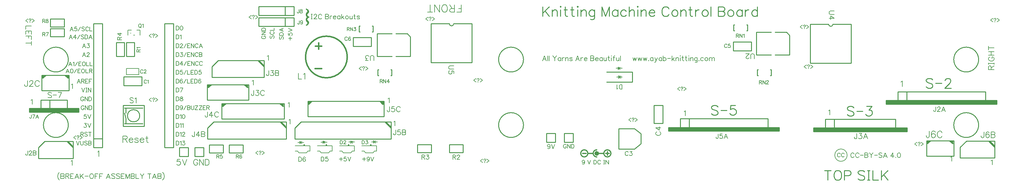
<source format=gto>
G04 start of page 11 for group 1 layer_idx 9 *
G04 Title: AYAB-RS_E, top_silk *
G04 Creator: pcb-rnd 1.2.8 *
G04 CreationDate: 2018-05-30 20:35:32 UTC *
G04 For: Windell H. Oskay *
G04 Format: Gerber/RS-274X *
G04 PCB-Dimensions: 1100000 207000 *
G04 PCB-Coordinate-Origin: lower left *
%MOIN*%
%FSLAX25Y25*%
%LNTOPSILK*%
%ADD206C,0.0074*%
%ADD205C,0.0062*%
%ADD204C,0.0110*%
%ADD203C,0.0066*%
%ADD202C,0.0082*%
%ADD201C,0.0119*%
%ADD200C,0.0073*%
%ADD199C,0.0067*%
%ADD198C,0.0061*%
%ADD197C,0.0064*%
%ADD196C,0.0050*%
%ADD195C,0.0250*%
%ADD194C,0.0060*%
%ADD193C,0.0080*%
%ADD192C,0.0080*%
%ADD191C,0.0070*%
%ADD190C,0.0150*%
%ADD189C,0.0100*%
%ADD188C,0.0120*%
G54D188*X630500Y33500D02*X634500D01*
X642500D02*X638500D01*
X641000D02*X637000D01*
G54D189*X671200Y38600D02*X688900D01*
X696300Y55700D02*Y44300D01*
G54D190*X756500Y59000D02*X753000D01*
G54D189*X696300Y44300D02*X688900Y38600D01*
G54D190*X728500Y59000D02*X782500D01*
X731000D02*X727500D01*
X780500D02*X777000D01*
G54D189*X671200Y61400D02*Y38600D01*
Y61400D02*X688900D01*
X696300Y55700D01*
G54D190*X727500Y59000D02*X728000Y59500D01*
X728500Y59000D01*
X753000D02*X753500Y59500D01*
X754000Y59000D01*
X796500D02*X797000Y59500D01*
X777000Y59000D02*X777500Y59500D01*
X778000Y59000D01*
X781500Y60000D02*X728500D01*
X796500Y62000D02*Y59000D01*
X797000Y59500D02*X797500Y59000D01*
X800000D02*X796500D01*
Y60500D01*
X797500Y61500D01*
X802500Y59000D02*Y60500D01*
Y62000D02*Y59000D01*
Y60500D02*X803500Y61500D01*
X807000Y60500D02*Y60000D01*
X802500Y59000D02*X803000Y59500D01*
X803500Y59000D01*
X806000D02*X802500D01*
X808000Y61500D02*X807000Y60500D01*
X808000Y59000D02*Y62500D01*
X846000Y59000D02*Y60500D01*
Y62000D02*Y59000D01*
Y60500D02*X847000Y61500D01*
X782500Y59000D02*Y62500D01*
Y61500D02*X781500Y60500D01*
Y60000D01*
X777000Y62000D02*Y59000D01*
Y60500D01*
X778000Y61500D01*
X850500Y60000D02*X797500D01*
X846000Y59000D02*X846500Y59500D01*
X847000Y59000D01*
X849500D02*X846000D01*
X850500Y60500D02*Y60000D01*
X851500Y61500D02*X850500Y60500D01*
X797500Y61500D02*X851500D01*
X754000D02*X808000D01*
X807000Y60000D02*X754000D01*
X797500Y59000D02*X851500D01*
X754000D02*X808000D01*
X891000Y61500D02*Y58500D01*
Y60000D01*
X851500Y59000D02*Y62500D01*
X796500D01*
X782500D02*X727500D01*
X728500Y61500D02*X782500D01*
X808000Y62500D02*X753000D01*
G54D189*X740709Y62882D02*X839134D01*
G54D190*X727500Y62000D02*Y59000D01*
Y60500D01*
X728500Y61500D01*
X753000Y62000D02*Y59000D01*
Y60500D01*
X754000Y61500D01*
G54D189*X90000Y180000D02*Y40000D01*
X113200Y87800D02*Y64200D01*
X105548Y158799D02*Y143201D01*
G54D191*X118689Y167245D02*Y172755D01*
X122430D01*
X132311Y167245D02*Y172755D01*
X128570D01*
X124894Y167245D02*X126106D01*
G54D189*X117048Y158799D02*X125952D01*
X113839Y120043D02*Y109957D01*
Y120043D02*X134161D01*
G54D192*X116989Y129468D02*X131011D01*
X116989Y122532D02*X131011D01*
G54D189*X134161Y120043D02*Y109957D01*
X113839D02*X134161D01*
G54D192*X131011Y129468D02*Y122532D01*
G54D189*X116150Y84850D02*Y78950D01*
Y73050D02*Y67150D01*
G54D192*X116989Y129468D02*Y122532D01*
G54D189*X114675Y78950D02*X116150Y73050D01*
X105548Y143201D02*X114452D01*
X105548Y158799D02*X114452D01*
Y143201D01*
X125952Y158799D02*Y143201D01*
X117048D02*X125952D01*
X117048Y158799D02*Y143201D01*
X160000Y180000D02*Y40000D01*
X113200Y64200D02*X136800D01*
Y87800D02*Y64200D01*
X114675Y67150D02*X135325D01*
X114675Y84850D02*X135325D01*
X113200Y87800D02*X136800D01*
X213181Y119295D02*X271843D01*
X265150Y138193D02*X271843Y131500D01*
X213181D02*Y119295D01*
X271843Y138587D02*Y119295D01*
X266331Y138193D02*X271055Y133469D01*
X265150Y138587D02*Y138193D01*
X271055Y132287D02*X271843Y133075D01*
Y138587D02*X220268D01*
X213181Y131500D02*X220268Y138587D01*
G54D193*X209205Y110040D02*X209992Y109252D01*
X211173Y110433D02*X208811Y108071D01*
X210386Y109646D01*
Y110040D02*Y109646D01*
X208811Y110040D02*X210386D01*
X208811D02*X209205D01*
X208811Y109252D02*X209992D01*
X209205Y107677D02*X208811Y108071D01*
Y110827D02*Y108071D01*
Y110827D02*X209205Y110433D01*
X211567D01*
X211173D02*X211567D01*
G54D189*X208024Y111221D02*Y93898D01*
G54D193*Y107677D02*X209598D01*
X213142Y111221D01*
X212748D02*X213142D01*
X212748D02*X209205Y107677D01*
X252906D02*X249362Y111221D01*
X249756D01*
X250937Y110433D02*X251331D01*
X252512Y109252D02*X253693D01*
X252118Y110040D02*X253693D01*
X253299D01*
X252512Y109252D01*
X251331Y110433D02*X253693Y108071D01*
X252118Y109646D01*
Y110040D01*
X249756Y111221D02*X253299Y107677D01*
X253693Y110827D02*X253299Y110433D01*
X250937D01*
X254480Y107677D02*X252906D01*
X253299D02*X253693Y108071D01*
Y110827D01*
G54D189*X254480Y111221D02*Y93898D01*
Y111221D02*X208024D01*
X254480Y93898D02*X208024D01*
X208260Y49795D02*X296843D01*
Y69087D02*X215346D01*
X290150Y68693D02*X296843Y62000D01*
X208260D02*Y49795D01*
Y62000D02*X215346Y69087D01*
G54D193*X292906Y86346D02*X289362Y89890D01*
X289756D01*
X290937Y89102D02*X291331D01*
X292512Y87921D02*X293693D01*
X292118Y88709D02*X293693D01*
X293299D01*
X292512Y87921D01*
X291331Y89102D02*X293693Y86740D01*
X292118Y88315D01*
Y88709D01*
X289756Y89890D02*X293299Y86346D01*
X293693Y89496D02*X293299Y89102D01*
X290937D01*
X294480Y86346D02*X292906D01*
X293299D02*X293693Y86740D01*
Y89496D01*
G54D189*X296843Y69087D02*Y49795D01*
X291331Y68693D02*X296055Y63969D01*
X290150Y69087D02*Y68693D01*
X296055Y62787D02*X296843Y63575D01*
X232701Y42952D02*X248299D01*
X224402Y89890D02*Y72567D01*
G54D193*Y86346D02*X225976D01*
X225583D02*X225189Y86740D01*
Y89496D02*Y86740D01*
Y89496D02*X225583Y89102D01*
X225189Y88709D02*X225583D01*
X225976Y86346D02*X229520Y89890D01*
X229126D02*X225583Y86346D01*
Y89102D02*X227945D01*
X227551D02*X227945D01*
X226764Y88709D02*Y88315D01*
X225583Y88709D02*X226370Y87921D01*
X229126Y89890D02*X229520D01*
X227551Y89102D02*X225189Y86740D01*
X226764Y88315D01*
X225189Y88709D02*X226764D01*
X225189Y87921D02*X226370D01*
G54D189*X210201Y42952D02*X225799D01*
X294480Y89890D02*X224402D01*
X294480Y72567D02*X224402D01*
X306658Y62000D02*Y49795D01*
Y62000D02*X313744Y69087D01*
G54D194*X312200Y47400D02*Y44400D01*
X313700Y45900D02*X312200Y47400D01*
X312600Y47000D01*
Y45200D01*
X312800Y45400D02*Y46400D01*
G54D189*X294480Y89890D02*Y72567D01*
X160000Y40000D02*X170000D01*
X194000D02*X204000D01*
X194000D02*X204000D01*
X176500D02*X186500D01*
X176500D02*X186500D01*
X170000D02*Y180000D01*
Y170000D02*Y180000D01*
X160000D01*
X266051Y186815D02*X305421D01*
X266051Y199315D02*X305421D01*
X266051D02*Y189472D01*
X305421D01*
Y199315D02*Y189472D01*
X295579Y199315D02*Y189472D01*
X266051Y186815D02*Y176972D01*
X305421D01*
Y186815D02*Y176972D01*
X295579Y186815D02*Y176972D01*
G54D194*X312600Y45200D02*X312800Y45400D01*
G54D189*X31201Y185452D02*Y176548D01*
Y185452D02*X46799D01*
X31201Y174452D02*Y165548D01*
X46799Y174452D02*Y165548D01*
X31201D02*X46799D01*
Y185452D02*Y176548D01*
X31201D02*X46799D01*
X31201Y174452D02*X46799D01*
X80000Y180000D02*X90000D01*
X80000D02*Y40000D01*
Y50000D02*Y40000D01*
X90000D01*
X52354Y121890D02*X21646D01*
G54D193*X22433Y120709D02*X24008D01*
X22433D02*X22827D01*
X26370Y121890D02*X26764D01*
X22433Y121496D02*X22827Y121102D01*
X25189D01*
X24795D02*X25189D01*
X24008Y120709D02*Y120315D01*
X22827Y120709D02*X23614Y119921D01*
X22433D02*X23614D01*
X50386D02*X51567D01*
Y118740D02*X49992Y120315D01*
Y120709D01*
X51567D01*
X51173D01*
X50386Y119921D01*
X21646Y118346D02*X23220D01*
X26764Y121890D01*
X26370D02*X22827Y118346D01*
X22433Y121496D02*Y118740D01*
X24795Y121102D02*X22433Y118740D01*
X24008Y120315D01*
X22827Y118346D02*X22433Y118740D01*
X51567D02*Y121496D01*
X51173Y121102D01*
X48811D01*
X49205D01*
X51567Y118740D01*
X52354Y118346D02*X50780D01*
X47236Y121890D01*
X47630D01*
X51173Y118346D01*
X51567Y118740D01*
G54D189*X52354Y121890D02*Y104567D01*
X21646D01*
Y121890D02*Y104567D01*
X20579Y84054D02*X50106D01*
Y93896D02*Y84054D01*
X20579Y93896D02*X50106D01*
X20579D02*Y84054D01*
X30421Y93896D02*Y84054D01*
X80000Y50000D02*X90000D01*
X194000Y30000D02*X204000D01*
Y40000D02*Y30000D01*
X194000Y40000D02*Y30000D01*
X204000Y40000D02*Y30000D01*
X248299Y34048D02*X232701D01*
X225799D02*X210201D01*
G54D191*X311260Y34000D02*X309460Y36100D01*
X316560Y43500D02*Y42100D01*
X307060Y36100D02*X309460D01*
G54D189*X176500Y30000D02*X186500D01*
Y40000D02*Y30000D01*
Y40000D02*Y30000D01*
X176500Y40000D02*Y30000D01*
X232701Y34048D02*Y42952D01*
X248299D02*Y34048D01*
X210201D02*Y42952D01*
X225799D02*Y34048D01*
G54D194*X309900Y45900D02*X316700D01*
X312200Y44400D02*X313700Y45900D01*
G54D191*X317060Y43500D02*Y42100D01*
G54D194*X314200Y47400D02*Y44400D01*
G54D191*X306960Y42100D02*X323460D01*
X316560Y43500D02*X317460D01*
Y42100D01*
X317060D02*X317460D01*
X311260Y34000D02*X319460D01*
X321360Y36100D02*X319560Y34000D01*
X321360Y36100D02*X323660D01*
Y42100D02*Y36100D01*
G54D194*X336000Y46200D02*X342800D01*
G54D191*X342060Y43500D02*Y42100D01*
X331960D02*X348460D01*
X341560Y43500D02*Y42100D01*
Y43500D02*X342460D01*
Y42100D01*
X342060D02*X342460D01*
X356960D02*X373460D01*
X367060D02*X367460D01*
X366560Y43500D02*Y42100D01*
Y43500D02*X367460D01*
Y42100D01*
X367060Y43500D02*Y42100D01*
G54D194*X395600Y47700D02*Y45900D01*
X367200Y46400D02*X374000D01*
X370100Y45900D02*Y46900D01*
G54D189*X414926Y69087D02*X313744D01*
X316500D02*X314926D01*
X408233Y68693D02*X414926Y62000D01*
G54D194*X395200Y48100D02*Y45100D01*
X396700Y46600D02*X395200Y48100D01*
X395600Y47700D01*
X395800Y46100D02*Y47100D01*
G54D191*X396360Y36100D02*X394560Y34000D01*
G54D194*X392900Y46600D02*X399700D01*
X395200Y45100D02*X396700Y46600D01*
X395600Y45900D02*X395800Y46100D01*
G54D189*X414138Y62787D02*X414926Y63575D01*
Y69087D02*Y49795D01*
X409414Y68693D02*X414138Y63969D01*
X408233Y69087D02*Y68693D01*
G54D194*X397200Y48100D02*Y45100D01*
G54D191*X398660Y42100D02*Y36100D01*
X396360D02*X398660D01*
X381960Y42100D02*X398460D01*
X392060D02*X392460D01*
X391560Y43500D02*Y42100D01*
X392460Y43500D02*Y42100D01*
X392060Y43500D02*Y42100D01*
X382060Y36100D02*X384460D01*
X386260Y34000D02*X394460D01*
X386260D02*X384460Y36100D01*
X391560Y43500D02*X392460D01*
G54D194*X369500Y47900D02*Y44900D01*
X371000Y46400D01*
X369900Y45700D02*X370100Y45900D01*
X371500Y47900D02*Y44900D01*
X371000Y46400D02*X369500Y47900D01*
X369900Y47500D01*
G54D191*X348660Y42100D02*Y36100D01*
X332060D02*X334460D01*
X346360D02*X344560Y34000D01*
X336260D02*X344460D01*
X336260D02*X334460Y36100D01*
X346360D02*X348660D01*
G54D194*X369900Y47500D02*Y45700D01*
G54D191*X373660Y42100D02*Y36100D01*
X357060D02*X359460D01*
X361260Y34000D02*X359460Y36100D01*
X371360D02*X369560Y34000D01*
X371360Y36100D02*X373660D01*
X361260Y34000D02*X369460D01*
G54D194*X338300Y47700D02*Y44700D01*
G54D190*X329500Y154900D02*X336700D01*
X333100Y158600D02*Y151400D01*
X329300Y129600D02*X336500D01*
G54D194*X339800Y46200D02*X338300Y47700D01*
X338700Y47300D01*
Y45500D01*
X338900Y45700D02*Y46700D01*
X340300Y47700D02*Y44700D01*
G54D189*X406980Y75067D02*X321154D01*
X406980Y92390D02*X321154D01*
G54D193*X401862D02*X402256D01*
X325878D02*X326272D01*
G54D189*X321154D02*Y75067D01*
G54D193*X321941Y91996D02*X322335Y91602D01*
X321941Y91209D02*X322335D01*
X321941Y91996D02*Y89240D01*
X323516Y91209D02*Y90815D01*
X321941Y91209D02*X323516D01*
X322335D02*X323122Y90421D01*
X321941D02*X323122D01*
X321154Y88846D02*X322728D01*
X322335D02*X321941Y89240D01*
X323516Y90815D01*
X324303Y91602D02*X324697D01*
X324303D02*X321941Y89240D01*
X322728Y88846D02*X326272Y92390D01*
X325878D02*X322335Y88846D01*
Y91602D02*X324697D01*
X406980Y88846D02*X405406D01*
X405799D02*X406193Y89240D01*
X405406Y88846D02*X401862Y92390D01*
X403437Y91602D02*X403831D01*
X404618Y90815D02*Y91209D01*
X402256Y92390D02*X405799Y88846D01*
X404618Y91209D02*X406193D01*
X405799D01*
X405012Y90421D01*
X406193D01*
Y89240D02*Y91996D01*
X405799Y91602D01*
X403437D01*
X403831D02*X406193Y89240D01*
X404618Y90815D01*
G54D189*X406980Y92390D02*Y75067D01*
G54D194*X338300Y44700D02*X339800Y46200D01*
X338700Y45500D02*X338900Y45700D01*
G54D189*X460000Y180000D02*Y136000D01*
X436700Y165200D02*Y143200D01*
X420200D02*X436700D01*
X399300Y168800D02*Y143200D01*
X415800D01*
X414469Y121307D02*X415453D01*
Y128000D02*Y121307D01*
X414469Y128000D02*X415453D01*
X399902Y121307D02*X400886D01*
X399902Y128000D02*Y121307D01*
Y128000D02*X400886D01*
X460000Y136000D02*X506000D01*
Y180000D02*Y136000D01*
X393517Y170614D02*X394501D01*
Y177307D02*Y170614D01*
X393517Y177307D02*X394501D01*
X378950Y170614D02*X379934D01*
X378950Y177307D02*Y170614D01*
Y177307D02*X379934D01*
X460000Y180000D02*X480500D01*
X485500D02*X506000D01*
X392661Y164543D02*Y154457D01*
X372339D02*X392661D01*
X372339Y164543D02*Y154457D01*
Y164543D02*X392661D01*
X420200Y168800D02*X433100D01*
X436700Y165200D01*
X399300Y168800D02*X415800D01*
X444701Y34548D02*Y43452D01*
X460299D01*
Y34548D01*
X444701D01*
X620000Y56000D02*Y46000D01*
X610000Y56000D02*X620000D01*
X610000D02*Y46000D01*
X620000Y56000D02*Y46000D01*
X610000Y56000D02*X620000D01*
G54D188*X656500Y33500D02*X660500D01*
X658500Y35500D02*Y31500D01*
X648000Y33500D02*X654500D01*
G54D189*X600000Y56000D02*Y46000D01*
Y56000D02*Y46000D01*
X590000Y56000D02*X600000D01*
X590000D02*X600000D01*
X590000D02*Y46000D01*
X480441Y43452D02*Y34548D01*
Y43452D02*X496039D01*
X610000Y46000D02*X620000D01*
X590000D02*X600000D01*
X496039Y43452D02*Y34548D01*
X51331Y46693D02*X56055Y41969D01*
X50150Y47087D02*Y46693D01*
X56843Y47087D02*X24953D01*
X50150Y46693D02*X56843Y40000D01*
X17866Y27795D02*X56843D01*
Y47087D02*Y27795D01*
X56055Y40787D02*X56843Y41575D01*
X17866Y40000D02*Y27795D01*
Y40000D02*X24953Y47087D01*
X480441Y34548D02*X496039D01*
X306658Y49795D02*X414926D01*
G54D190*X8000Y82000D02*X9000Y83000D01*
X8000Y80500D02*Y82000D01*
X11500Y80500D02*X8000D01*
X8500Y81000D02*X9000Y80500D01*
X8000D02*X8500Y81000D01*
X62000Y81500D02*X9000D01*
X62000Y82000D02*Y81500D01*
X63000Y83000D02*X62000Y82000D01*
X9000Y83000D02*X63000D01*
Y84000D02*X8000D01*
X63000Y80500D02*Y84000D01*
X9000Y80500D02*X63000D01*
X8000Y83500D02*Y80500D01*
X891000Y58500D02*X891500Y59000D01*
G54D189*X710957Y67339D02*X721043D01*
X839134Y72724D02*Y62882D01*
X740709Y72724D02*X839134D01*
X740709D02*Y62882D01*
X750551Y72724D02*Y62882D01*
G54D194*X670600Y131200D02*Y128200D01*
X672100Y129700D02*X670600Y131200D01*
X671000Y130800D01*
Y129000D01*
X671200Y129200D01*
Y130200D02*Y129200D01*
X668300Y129700D02*X675100D01*
X670600Y128200D02*X672100Y129700D01*
G54D189*X657500Y125500D02*X686500D01*
G54D194*X672600Y131200D02*Y128200D01*
G54D191*X668900Y119700D02*X675200D01*
X672800D02*X673100D01*
G54D189*X657500Y114000D02*X686500D01*
G54D191*X673600Y121500D02*Y118000D01*
G54D189*X686500Y125500D02*Y114000D01*
X710957Y87661D02*Y67339D01*
Y87661D02*X721043D01*
Y67339D01*
G54D191*X671100Y121500D02*Y118000D01*
X671200D01*
X671850Y119350D02*X671600Y119100D01*
Y120200D02*X671100Y120700D01*
Y121500D02*X672900Y119700D01*
X671850Y120750D02*Y119350D01*
X671600Y120200D02*Y119100D01*
X672800Y119700D02*X671100Y118000D01*
X671200D02*X672900Y119700D01*
X671850Y120750D01*
G54D189*X847200Y144700D02*X863700D01*
X841867Y121500D02*X842851D01*
Y128193D02*Y121500D01*
X841867Y128193D02*X842851D01*
X847200Y170300D02*X860100D01*
X863700Y166700D01*
Y144700D01*
G54D190*X891500Y59000D02*X892000Y58500D01*
G54D189*X887000Y179500D02*Y135500D01*
X933000D01*
Y179500D02*Y135500D01*
X887000Y179500D02*X907500D01*
X912500D02*X933000D01*
X815217Y172000D02*X816201D01*
Y178693D02*Y172000D01*
X815217Y178693D02*X816201D01*
X800650Y172000D02*X801634D01*
X800650Y178693D02*Y172000D01*
Y178693D02*X801634D01*
X826300Y170300D02*X842800D01*
X826300D02*Y144700D01*
X827300Y121500D02*X828284D01*
X827300Y128193D02*Y121500D01*
Y128193D02*X828284D01*
X826300Y144700D02*X842800D01*
X800339Y149457D02*Y159543D01*
X820661D01*
Y149457D01*
X800339D01*
X904079Y72224D02*Y62382D01*
X913921Y72224D02*Y62382D01*
G54D190*X894500Y58500D02*X891000D01*
Y60000D02*X892000Y61000D01*
X944000Y58500D02*X940500D01*
Y60000D01*
X941500Y61000D01*
X945000Y60000D02*Y59500D01*
X892000D01*
X940500Y58500D02*X941000Y59000D01*
X941500Y58500D01*
X892000D02*X946000D01*
Y62000D02*X891000D01*
X892000Y61000D02*X946000D01*
X945000Y60000D01*
X940500Y61500D02*Y58500D01*
X941500D02*X995500D01*
X994500Y59500D02*X941500D01*
X995500Y58500D02*Y62000D01*
Y61000D02*X994500Y60000D01*
Y59500D01*
X995500Y62000D02*X940500D01*
X941500Y61000D02*X995500D01*
G54D189*X904079Y62382D02*X982819D01*
X904079Y72224D02*X982819D01*
G54D190*X946000Y58500D02*Y62000D01*
X972500Y91000D02*X973500Y92000D01*
X972500Y92500D02*Y89500D01*
X973000Y90000D01*
X973500Y89500D01*
X976000D02*X972500D01*
Y91000D01*
X1027500Y93000D02*X972500D01*
X973500Y92000D02*X1027500D01*
X1026500Y90500D02*X973500D01*
X1011500Y89500D02*Y91000D01*
X1012500Y92000D01*
X1011500Y89500D02*X1012000Y90000D01*
X1012500Y89500D01*
X1015000D02*X1011500D01*
G54D189*X985709Y93382D02*X1084134D01*
G54D190*X1022000Y89500D02*Y91000D01*
X1023000Y92000D01*
X1011500Y92500D02*Y89500D01*
X1022000D02*X1022500Y90000D01*
X1023000Y89500D01*
X1025500D02*X1022000D01*
X1027500Y92000D02*X1026500Y91000D01*
Y90500D01*
X1022000Y92500D02*Y89500D01*
G54D193*X1044937Y47102D02*X1045331D01*
X1022496Y47890D02*X1022890D01*
X1020921Y47102D02*X1021315D01*
X1043362Y47890D02*X1043756D01*
X1047693Y47496D02*X1047299Y47102D01*
X1044937D01*
G54D189*X1087993Y47587D02*Y47193D01*
X1055709Y28295D02*X1094686D01*
Y47587D02*X1062796D01*
X1055709Y40500D02*Y28295D01*
Y40500D02*X1062796Y47587D01*
X1094686D02*Y28295D01*
X1089174Y47193D02*X1093898Y42469D01*
Y41287D02*X1094686Y42075D01*
X1087993Y47193D02*X1094686Y40500D01*
X982819Y72224D02*Y62382D01*
G54D193*X1046906Y44346D02*X1043362Y47890D01*
X1043756D02*X1047299Y44346D01*
X1046118Y46709D02*X1047693D01*
X1047299D01*
X1046512Y45921D01*
X1047693D01*
Y44740D02*Y47496D01*
X1045331Y47102D02*X1047693Y44740D01*
X1046118Y46315D01*
Y46709D01*
G54D189*X1017772Y47890D02*Y30567D01*
G54D193*X1018559Y47496D02*X1018953Y47102D01*
X1018559Y46709D02*X1018953D01*
X1017772Y44346D02*X1019346D01*
X1018953D02*X1018559Y44740D01*
Y47496D02*Y44740D01*
Y46709D02*X1020134D01*
X1018953D02*X1019740Y45921D01*
X1018559D02*X1019740D01*
X1020921Y47102D02*X1018559Y44740D01*
X1020134Y46315D01*
Y46709D02*Y46315D01*
X1019346Y44346D02*X1022890Y47890D01*
X1022496D02*X1018953Y44346D01*
Y47102D02*X1021315D01*
G54D189*X1048480Y47890D02*Y30567D01*
G54D193*Y44346D02*X1046906D01*
X1047299D02*X1047693Y44740D01*
G54D189*X1048480Y47890D02*X1017772D01*
X1048480Y30567D02*X1017772D01*
G54D190*X973500Y89500D02*X1027500D01*
Y93000D01*
X1041500Y91000D02*X1042500Y92000D01*
X1045000Y89500D02*X1041500D01*
Y91000D01*
X1061000Y89500D02*Y91000D01*
X1065500D02*Y90500D01*
X1061000Y89500D02*X1061500Y90000D01*
X1062000Y89500D01*
X1064500D02*X1061000D01*
X1091000D02*X1091500Y90000D01*
X1091000Y89500D02*Y91000D01*
X1096500Y93000D02*X1041500D01*
X1095500Y90500D02*X1042500D01*
X1091000Y91000D02*X1092000Y92000D01*
X1066500D02*X1065500Y91000D01*
X1061000D02*X1062000Y92000D01*
X1095500Y91000D02*Y90500D01*
X1091000Y92500D02*Y89500D01*
X1091500Y90000D02*X1092000Y89500D01*
X1094500D02*X1091000D01*
X1066500D02*Y93000D01*
X1061000Y92500D02*Y89500D01*
X1096500D02*Y93000D01*
X1042500Y92000D02*X1096500D01*
X1095500Y91000D01*
X1012500Y89500D02*X1066500D01*
Y93000D02*X1011500D01*
X1012500Y92000D02*X1066500D01*
X1065500Y90500D02*X1012500D01*
X1041500Y92500D02*Y89500D01*
X1042000Y90000D01*
X1042500Y89500D01*
G54D189*X985709Y103224D02*X1084134D01*
X985709D02*Y93382D01*
X995551Y103224D02*Y93382D01*
G54D190*X1042500Y89500D02*X1096500D01*
G54D189*X1084134Y103224D02*Y93382D01*
X550000Y125500D02*G75*G02X536000Y139500I0J14000D01*G01*
G75*G02X550000Y153500I14000J0D01*G01*
X536000Y65500D02*G75*G02X550000Y79500I14000J0D01*G01*
G54D188*X646500Y35500D02*G75*G03X644500Y33500I0J-2000D01*G01*
X632500Y37500D02*G75*G03X628500Y33500I0J-4000D01*G01*
X632500Y37500D02*G75*G02X636500Y33500I0J-4000D01*G01*
X642500D02*G75*G03X646500Y29500I4000J0D01*G01*
Y37500D02*G75*G03X642500Y33500I0J-4000D01*G01*
X644500D02*G75*G03X646500Y31500I2000J0D01*G01*
X628500Y33500D02*G75*G03X632500Y29500I4000J0D01*G01*
X636500Y33500D02*G75*G02X632500Y29500I-4000J0D01*G01*
G54D189*X564000Y139500D02*G75*G02X550000Y125500I-14000J0D01*G01*
Y153500D02*G75*G02X564000Y139500I0J-14000D01*G01*
X550000Y79500D02*G75*G02X564000Y65500I0J-14000D01*G01*
G54D188*X646500Y31500D02*G75*G03X648500Y33500I0J2000D01*G01*
G54D195*X645500D02*G75*G02X646500Y32500I0J-1000D01*G01*
G75*G02X647500Y33500I1000J0D01*G01*
G75*G02X646500Y34500I0J1000D01*G01*
G54D188*X662500Y33500D02*G75*G02X658500Y29500I-4000J0D01*G01*
X654500Y33500D02*G75*G03X658500Y29500I4000J0D01*G01*
Y37500D02*G75*G03X654500Y33500I0J-4000D01*G01*
X658500Y37500D02*G75*G02X662500Y33500I0J-4000D01*G01*
X648500D02*G75*G03X646500Y35500I-2000J0D01*G01*
G54D189*X51500Y65500D02*G75*G02X37500Y51500I-14000J0D01*G01*
G75*G02X23500Y65500I0J14000D01*G01*
G75*G02X37500Y79500I14000J0D01*G01*
G75*G02X51500Y65500I0J-14000D01*G01*
X125000Y69100D02*G75*G03X125000Y82900I0J6900D01*G01*
G75*G03X125000Y69100I0J-6900D01*G01*
G75*G03X125000Y82900I0J6900D01*G01*
X564000Y65500D02*G75*G02X550000Y51500I-14000J0D01*G01*
G75*G02X536000Y65500I0J14000D01*G01*
X1076500Y139500D02*G75*G02X1062500Y125500I-14000J0D01*G01*
X1076500Y65500D02*G75*G02X1062500Y51500I-14000J0D01*G01*
Y79500D02*G75*G02X1076500Y65500I0J-14000D01*G01*
G54D194*X921500Y38500D02*G75*G02X928500Y31500I0J-7000D01*G01*
X914500D02*G75*G02X921500Y38500I7000J0D01*G01*
Y24500D02*G75*G03X928500Y31500I0J7000D01*G01*
X914500D02*G75*G03X921500Y24500I7000J0D01*G01*
G54D189*X1062500Y125500D02*G75*G02X1048500Y139500I0J14000D01*G01*
X1062500Y51500D02*G75*G02X1048500Y65500I0J14000D01*G01*
G75*G02X1062500Y79500I14000J0D01*G01*
X907500Y179500D02*G75*G03X912500Y179500I2500J0D01*G01*
X51500Y139500D02*G75*G02X37500Y125500I-14000J0D01*G01*
G75*G02X23500Y139500I0J14000D01*G01*
G75*G02X37500Y153500I14000J0D01*G01*
G75*G02X51500Y139500I0J-14000D01*G01*
G54D196*X121510Y169213D02*G75*G03X122010Y169213I250J0D01*G01*
G75*G03X121510Y169213I-250J0D01*G01*
G54D189*X480500Y180000D02*G75*G03X485500Y180000I2500J0D01*G01*
X1048500Y139500D02*G75*G02X1062500Y153500I14000J0D01*G01*
G54D190*X318600Y142400D02*G75*G03X365600Y142400I23500J0D01*G01*
G75*G03X318600Y142400I-23500J0D01*G01*
G54D189*X1062500Y153500D02*G75*G02X1076500Y139500I0J-14000D01*G01*
G54D197*X3500Y177500D02*X9900D01*
X3500D02*Y173844D01*
Y171924D02*X9900D01*
Y167962D01*
X6852Y171924D02*Y169487D01*
X3500Y171924D02*Y167962D01*
Y166042D02*X9900D01*
Y162082D01*
X6852Y166042D02*Y163606D01*
X3500Y158030D02*X9900D01*
Y160162D02*Y155897D01*
G54D194*X69237Y157360D02*X67500Y152800D01*
X69237Y157360D02*X70975Y152800D01*
X68152Y154320D02*X70324D01*
X72776Y157360D02*X75164D01*
X73861Y155623D01*
X74513D01*
X74946Y155407D01*
X75164Y155189D01*
X75382Y154537D01*
Y154104D01*
X75164Y153452D01*
X74731Y153018D01*
X74079Y152800D01*
X73428D02*X74079D01*
X73428D02*X72776Y153018D01*
X72559Y153235D01*
X72343Y153669D01*
X55000Y111123D02*X55513Y111379D01*
X56285Y112150D01*
Y106750D01*
X22741Y169941D02*Y166021D01*
Y169941D02*X24421D01*
X24980Y169754D01*
X25167Y169568D01*
X25354Y169194D01*
Y168821D01*
X25167Y168447D01*
X24980Y168261D01*
X24421Y168074D01*
X22741D02*X24421D01*
X24047D02*X25354Y166021D01*
X29142Y169941D02*X27275Y166021D01*
X26530Y169941D02*X29142D01*
G54D198*X32552Y101520D02*X31973Y102099D01*
X31105Y102389D01*
X29947D02*X31105D01*
X29947D02*X29078Y102099D01*
X28500Y101520D01*
Y100942D01*
X28787Y100361D01*
X29078Y100073D01*
X29658Y99784D01*
X31396Y99205D01*
X31973Y98914D01*
X32262Y98625D01*
X32552Y98046D01*
Y97177D01*
X31973Y96599D01*
X31105Y96309D01*
X29947D02*X31105D01*
X29947D02*X29078Y96599D01*
X28500Y97177D01*
X34376Y99349D02*X38176D01*
X44053Y102389D02*X41157Y96309D01*
X40000Y102389D02*X44053D01*
G54D194*X66500Y107360D02*X68236Y102800D01*
X69975Y107360D02*X68236Y102800D01*
X71343Y107360D02*X72483D01*
X71913D02*Y102800D01*
X71343D02*X72483D01*
X73851Y107360D02*Y102800D01*
Y107360D02*X76890Y102800D01*
Y107360D02*Y102800D01*
X69237Y147360D02*X67500Y142800D01*
X69237Y147360D02*X70975Y142800D01*
X68152Y144320D02*X70324D01*
X72559Y146492D02*Y146275D01*
Y146492D02*X72777Y146926D01*
X72993Y147143D01*
X73428Y147360D01*
X74296D01*
X74731Y147143D01*
X74948Y146926D01*
X75164Y146492D01*
Y146057D01*
X74948Y145623D01*
X74513Y144972D01*
X72343Y142800D01*
X75382D01*
X50737Y128860D02*X49000Y124300D01*
X50737Y128860D02*X52475Y124300D01*
X49652Y125820D02*X51824D01*
X55146Y128860D02*X54495Y128643D01*
X54059Y127992D01*
X53843Y126907D01*
Y126255D01*
X54059Y125169D01*
X54495Y124518D01*
X55146Y124300D01*
X55580D01*
X56231Y124518D01*
X56665Y125169D01*
X56883Y126255D01*
Y126907D02*Y126255D01*
Y126907D02*X56665Y127992D01*
X56231Y128643D01*
X55580Y128860D01*
X55146D02*X55580D01*
X60817D02*X58251Y124300D01*
X62185Y128860D02*Y124300D01*
Y128860D02*X65008D01*
X62185Y126688D02*X63921D01*
X62185Y124300D02*X65008D01*
X67678Y128860D02*X67245Y128642D01*
X66809Y128208D01*
X66592Y127775D01*
X66376Y127123D01*
Y126037D01*
X66592Y125384D01*
Y125385D02*X66809Y124951D01*
X67245Y124518D01*
X67678Y124300D01*
X68548D01*
X68981Y124518D01*
X69415Y124951D01*
X69633Y125385D01*
X69848Y126037D01*
Y127123D02*Y126037D01*
Y127123D02*X69633Y127775D01*
X69415Y128208D01*
X68981Y128642D01*
X68548Y128860D01*
X67678D02*X68548D01*
X71216D02*Y124300D01*
X73821D01*
X75189Y128860D02*Y124300D01*
Y128860D02*X77143D01*
X77794Y128642D01*
X78012Y128426D01*
X78228Y127991D01*
Y127557D01*
X78012Y127123D01*
X77794Y126906D01*
X77143Y126688D01*
X75189D02*X77143D01*
X76709D02*X78228Y124300D01*
X9564Y93490D02*X10077Y93746D01*
X10849Y94517D01*
Y89117D01*
X6040Y185500D02*X3500Y183499D01*
X6040Y181500D01*
X7240Y184738D02*Y184548D01*
Y184738D02*X7431Y185119D01*
X7620Y185309D01*
X8002Y185500D01*
X8763D01*
X9145Y185309D01*
X9335Y185119D01*
X9525Y184738D01*
Y184357D01*
X9335Y183977D01*
X9145Y183786D01*
X8383Y183405D01*
Y182834D01*
Y181882D02*X8192Y181691D01*
X8383Y181500D01*
X8572Y181691D01*
X8383Y181882D01*
X10725Y185500D02*X13265Y183499D01*
X10725Y181500D01*
X22721Y184971D02*Y181171D01*
Y184971D02*X24349D01*
X24892Y184790D01*
X25073Y184609D01*
X25254Y184247D01*
Y183885D01*
X25073Y183523D01*
X24892Y183343D01*
X24349Y183161D01*
X22721D02*X24349D01*
X23987D02*X25254Y181171D01*
X27298Y184971D02*X26755Y184790D01*
X26574Y184429D01*
Y184067D01*
X26755Y183705D01*
X27117Y183523D01*
X27841Y183344D01*
X28384Y183162D01*
X28745Y182800D01*
X28926Y182438D01*
Y181895D01*
X28745Y181534D01*
X28564Y181352D01*
X28021Y181171D01*
X27298D02*X28021D01*
X27298D02*X26755Y181352D01*
X26574Y181534D01*
X26394Y181895D01*
Y182438D02*Y181895D01*
Y182438D02*X26574Y182800D01*
X26935Y183162D01*
X27479Y183344D01*
X28203Y183523D01*
X28564Y183705D01*
X28745Y184067D01*
Y184429D02*Y184067D01*
Y184429D02*X28564Y184790D01*
X28021Y184971D01*
X27298D02*X28021D01*
X9905Y77172D02*Y74124D01*
X9715Y73552D01*
X9524Y73363D01*
X9143Y73172D01*
X8763D02*X9143D01*
X8763D02*X8381Y73363D01*
X8191Y73552D01*
X8000Y74124D01*
Y74505D02*Y74124D01*
X13771Y77172D02*X11866Y73172D01*
X11105Y77172D02*X13771D01*
X16495D02*X14971Y73172D01*
X16495Y77172D02*X18019Y73172D01*
X15543Y74505D02*X17448D01*
G54D199*X5574Y115820D02*Y110699D01*
X5255Y109738D01*
X4934Y109421D01*
X4294Y109100D01*
X3656D02*X4294D01*
X3656D02*X3014Y109421D01*
X2695Y109738D01*
X2374Y110699D01*
Y111339D02*Y110699D01*
X7910Y114542D02*Y114221D01*
Y114542D02*X8230Y115180D01*
X8548Y115501D01*
X9190Y115820D01*
X10468D01*
X11110Y115501D01*
X11429Y115180D01*
X11748Y114542D01*
Y113900D01*
X11429Y113260D01*
X10789Y112300D01*
X7590Y109100D01*
X12069D01*
X18885Y114221D02*X18564Y114859D01*
X17924Y115499D01*
X17286Y115820D01*
X16004D02*X17286D01*
X16004D02*X15365Y115499D01*
X14724Y114859D01*
X14404Y114221D01*
X14085Y113260D01*
Y111659D01*
X14404Y110699D01*
X14724Y110059D01*
X15365Y109421D01*
X16004Y109100D01*
X17286D01*
X17924Y109421D01*
X18564Y110059D01*
X18885Y110699D01*
G54D194*X65500Y57360D02*Y52800D01*
Y57360D02*X67454D01*
X68105Y57142D01*
X68323Y56926D01*
X68539Y56491D01*
Y56057D01*
X68323Y55623D01*
X68105Y55406D01*
X67454Y55188D01*
X65500D02*X67454D01*
X67020D02*X68539Y52800D01*
X72946Y56708D02*X72512Y57142D01*
X71861Y57360D01*
X70993D02*X71861D01*
X70993D02*X70340Y57142D01*
X69907Y56708D01*
Y56275D01*
X70123Y55839D01*
X70340Y55623D01*
X70776Y55406D01*
X72079Y54972D01*
X72512Y54754D01*
X72729Y54537D01*
X72946Y54103D01*
Y53451D01*
X72512Y53018D01*
X71861Y52800D01*
X70993D02*X71861D01*
X70993D02*X70340Y53018D01*
X69907Y53451D01*
X75834Y57360D02*Y52800D01*
X74314Y57360D02*X77354D01*
X69257Y86275D02*X69039Y86708D01*
X68606Y87142D01*
X68172Y87360D01*
X67303D02*X68172D01*
X67303D02*X66869Y87142D01*
X66434Y86708D01*
X66218Y86275D01*
X66000Y85623D01*
Y84536D01*
X66218Y83885D01*
X66434Y83451D01*
X66869Y83018D01*
X67303Y82800D01*
X68172D01*
X68606Y83018D01*
X69039Y83451D01*
X69257Y83885D01*
Y84536D02*Y83885D01*
X68172Y84536D02*X69257D01*
X70625Y87360D02*Y82800D01*
Y87360D02*X73664Y82800D01*
Y87360D02*Y82800D01*
X75032Y87360D02*Y82800D01*
Y87360D02*X76553D01*
X77204Y87142D01*
X77638Y86708D01*
X77855Y86275D01*
X78071Y85623D01*
Y84536D01*
X77855Y83885D01*
X77638Y83451D01*
X77204Y83018D01*
X76553Y82800D01*
X75032D02*X76553D01*
X68757Y96275D02*X68539Y96708D01*
X68106Y97142D01*
X67672Y97360D01*
X66803D02*X67672D01*
X66803D02*X66369Y97142D01*
X65934Y96708D01*
X65718Y96275D01*
X65500Y95623D01*
Y94536D01*
X65718Y93885D01*
X65934Y93451D01*
X66369Y93018D01*
X66803Y92800D01*
X67672D01*
X68106Y93018D01*
X68539Y93451D01*
X68757Y93885D01*
Y94536D02*Y93885D01*
X67672Y94536D02*X68757D01*
X70125Y97360D02*Y92800D01*
Y97360D02*X73164Y92800D01*
Y97360D02*Y92800D01*
X74532Y97360D02*Y92800D01*
Y97360D02*X76053D01*
X76704Y97142D01*
X77138Y96708D01*
X77355Y96275D01*
X77571Y95623D01*
Y94536D01*
X77355Y93885D01*
X77138Y93451D01*
X76704Y93018D01*
X76053Y92800D01*
X74532D02*X76053D01*
X69433Y67360D02*X71822D01*
X70518Y65623D01*
X71171D01*
X71604Y65407D01*
X71822Y65189D01*
X72039Y64537D01*
Y64104D01*
X71822Y63452D01*
X71388Y63018D01*
X70736Y62800D01*
X70085D02*X70736D01*
X70085D02*X69433Y63018D01*
X69217Y63235D01*
X69000Y63669D01*
X73407Y67360D02*X75143Y62800D01*
X76882Y67360D02*X75143Y62800D01*
X69434Y77360D02*X71606D01*
X69434D02*X69217Y75407D01*
X69434Y75623D01*
X70085Y75840D01*
X70737D01*
X71388Y75623D01*
X71823Y75189D01*
X72040Y74537D01*
Y74104D01*
X71823Y73452D01*
X71388Y73018D01*
X70737Y72800D01*
X70085D02*X70737D01*
X70085D02*X69434Y73018D01*
X69217Y73235D01*
X69000Y73669D01*
X73408Y77360D02*X75145Y72800D01*
X76883Y77360D02*X75145Y72800D01*
X124693Y95492D02*X124144Y96041D01*
X123322Y96316D01*
X122225D02*X123322D01*
X122225D02*X121401Y96041D01*
X120854Y95492D01*
Y94945D01*
X121126Y94395D01*
X121401Y94121D01*
X121951Y93848D01*
X123597Y93299D01*
X124144Y93024D01*
X124418Y92751D01*
X124693Y92202D01*
Y91378D01*
X124144Y90831D01*
X123322Y90556D01*
X122225D02*X123322D01*
X122225D02*X121401Y90831D01*
X120854Y91378D01*
X126421Y95220D02*X126968Y95494D01*
X127792Y96316D01*
Y90556D01*
G54D200*X113000Y53180D02*Y45900D01*
Y53180D02*X116119D01*
X117159Y52832D01*
X117506Y52487D01*
X117852Y51793D01*
Y51100D01*
X117506Y50406D01*
X117159Y50061D01*
X116119Y49713D01*
X113000D02*X116119D01*
X115426D02*X117852Y45900D01*
X120036Y48677D02*X124193D01*
Y49369D02*Y48677D01*
Y49369D02*X123847Y50062D01*
X123501Y50410D01*
X122808Y50754D01*
X121769D02*X122808D01*
X121769D02*X121074Y50410D01*
X120380Y49717D01*
X120036Y48677D01*
Y47982D01*
X120380Y46943D01*
X121074Y46249D01*
X121769Y45902D01*
X122808D01*
X123501Y46249D01*
X124193Y46943D01*
X130188Y49717D02*X129842Y50408D01*
X128801Y50754D01*
X127762D02*X128801D01*
X127762D02*X126721Y50408D01*
X126377Y49717D01*
X126721Y49021D01*
X127414Y48674D01*
X129149Y48328D01*
X129842Y47982D01*
X130188Y47289D01*
Y46941D01*
X129842Y46249D01*
X128801Y45902D01*
X127762D02*X128801D01*
X127762D02*X126721Y46249D01*
X126377Y46941D01*
X132372Y48677D02*X136529D01*
Y49369D02*Y48677D01*
Y49369D02*X136183Y50062D01*
X135837Y50410D01*
X135144Y50754D01*
X134105D02*X135144D01*
X134105D02*X133410Y50410D01*
X132716Y49717D01*
X132372Y48677D01*
Y47982D01*
X132716Y46943D01*
X133410Y46249D01*
X134105Y45902D01*
X135144D01*
X135837Y46249D01*
X136529Y46943D01*
X139754Y53180D02*Y47287D01*
X140098Y46248D01*
X140793Y45900D01*
X141487D01*
X138713Y50754D02*X141139D01*
G54D194*X145040Y96000D02*X142500Y93999D01*
X145040Y92000D01*
X146240Y95238D02*Y95048D01*
Y95238D02*X146431Y95619D01*
X146620Y95809D01*
X147002Y96000D01*
X147763D01*
X148145Y95809D01*
X148335Y95619D01*
X148525Y95238D01*
Y94857D01*
X148335Y94477D01*
X148145Y94286D01*
X147383Y93905D01*
Y93334D01*
Y92382D02*X147192Y92191D01*
X147383Y92000D01*
X147572Y92191D01*
X147383Y92382D01*
X149725Y96000D02*X152265Y93999D01*
X149725Y92000D01*
X60040Y53500D02*X57500Y51499D01*
X60040Y49500D01*
X61240Y52738D02*Y52548D01*
Y52738D02*X61431Y53119D01*
X61620Y53309D01*
X62002Y53500D01*
X62763D01*
X63145Y53309D01*
X63335Y53119D01*
X63525Y52738D01*
Y52357D01*
X63335Y51977D01*
X63145Y51786D01*
X62383Y51405D01*
Y50834D01*
Y49882D02*X62192Y49691D01*
X62383Y49500D01*
X62572Y49691D01*
X62383Y49882D01*
X64725Y53500D02*X67265Y51499D01*
X64725Y49500D01*
X63237Y117360D02*X61500Y112800D01*
X63237Y117360D02*X64975Y112800D01*
X62152Y114320D02*X64324D01*
X66343Y117360D02*Y112800D01*
Y117360D02*X68297D01*
X68948Y117142D01*
X69165Y116926D01*
X69382Y116491D01*
Y116057D01*
X69165Y115623D01*
X68948Y115406D01*
X68297Y115188D01*
X66343D02*X68297D01*
X67862D02*X69382Y112800D01*
X70750Y117360D02*Y112800D01*
Y117360D02*X73573D01*
X70750Y115188D02*X72486D01*
X70750Y112800D02*X73573D01*
X74941Y117360D02*Y112800D01*
Y117360D02*X77762D01*
X74941Y115188D02*X76677D01*
X139639Y115598D02*X139452Y115970D01*
X139078Y116344D01*
X138706Y116531D01*
X137958D02*X138706D01*
X137958D02*X137586Y116344D01*
X137211Y115970D01*
X137025Y115598D01*
X136839Y115037D01*
Y114104D01*
X137025Y113544D01*
X137211Y113171D01*
X137586Y112798D01*
X137958Y112611D01*
X138706D01*
X139078Y112798D01*
X139452Y113171D01*
X139639Y113544D01*
X140815Y115785D02*X141187Y115971D01*
X141748Y116531D01*
Y112611D01*
X135481Y127024D02*X135294Y127396D01*
X134920Y127770D01*
X134548Y127957D01*
X133800D02*X134548D01*
X133800D02*X133428Y127770D01*
X133053Y127396D01*
X132867Y127024D01*
X132681Y126463D01*
Y125530D01*
X132867Y124970D01*
X133053Y124597D01*
X133428Y124224D01*
X133800Y124037D01*
X134548D01*
X134920Y124224D01*
X135294Y124597D01*
X135481Y124970D01*
X136843Y127211D02*Y127024D01*
Y127211D02*X137030Y127584D01*
X137215Y127771D01*
X137590Y127957D01*
X138336D01*
X138710Y127771D01*
X138896Y127584D01*
X139082Y127211D01*
Y126837D01*
X138896Y126463D01*
X138523Y125904D01*
X136657Y124037D01*
X139270D01*
X55237Y176360D02*X53500Y171800D01*
X55237Y176360D02*X56975Y171800D01*
X54152Y173320D02*X56324D01*
X58777Y176360D02*X60949D01*
X58777D02*X58559Y174407D01*
X58777Y174623D01*
X59428Y174840D01*
X60080D01*
X60731Y174623D01*
X61165Y174189D01*
X61383Y173537D01*
Y173104D01*
X61165Y172452D01*
X60731Y172018D01*
X60080Y171800D01*
X59428D02*X60080D01*
X59428D02*X58777Y172018D01*
X58559Y172235D01*
X58343Y172669D01*
X65317Y176360D02*X62751Y171800D01*
X69724Y175708D02*X69290Y176142D01*
X68639Y176360D01*
X67771D02*X68639D01*
X67771D02*X67118Y176142D01*
X66685Y175708D01*
Y175275D01*
X66901Y174839D01*
X67118Y174623D01*
X67554Y174406D01*
X68857Y173972D01*
X69290Y173754D01*
X69507Y173537D01*
X69724Y173103D01*
Y172451D01*
X69290Y172018D01*
X68639Y171800D01*
X67771D02*X68639D01*
X67771D02*X67118Y172018D01*
X66685Y172451D01*
X74349Y175275D02*X74132Y175708D01*
X73697Y176142D01*
X73264Y176360D01*
X72394D02*X73264D01*
X72394D02*X71961Y176142D01*
X71526Y175708D01*
X71309Y175275D01*
X71092Y174623D01*
Y173536D01*
X71309Y172885D01*
X71526Y172451D01*
X71961Y172018D01*
X72394Y171800D01*
X73264D01*
X73697Y172018D01*
X74132Y172451D01*
X74349Y172885D01*
X75717Y176360D02*Y171800D01*
X78322D01*
X131780Y179734D02*X131403Y179545D01*
X131025Y179168D01*
X130837Y178792D01*
X130649Y178225D01*
Y177283D01*
X130837Y176716D01*
X131025Y176339D01*
X131403Y175963D01*
X131780Y175774D01*
X132535D01*
X132911Y175963D01*
X133288Y176339D01*
X133477Y176716D01*
X133666Y177283D01*
Y178225D02*Y177283D01*
Y178225D02*X133477Y178792D01*
X133288Y179168D01*
X132911Y179545D01*
X132535Y179734D01*
X131780D02*X132535D01*
X132346Y176528D02*X133477Y175397D01*
X134854Y178981D02*X135230Y179169D01*
X135796Y179734D01*
Y175774D01*
X54237Y167360D02*X52500Y162800D01*
X54237Y167360D02*X55975Y162800D01*
X53152Y164320D02*X55324D01*
X59513Y167360D02*X57343Y164321D01*
X60599D01*
X59513Y167360D02*Y162800D01*
X64533Y167360D02*X61967Y162800D01*
X68940Y166708D02*X68506Y167142D01*
X67855Y167360D01*
X66986D02*X67855D01*
X66986D02*X66334Y167142D01*
X65901Y166708D01*
Y166275D01*
X66116Y165839D01*
X66334Y165623D01*
X66769Y165406D01*
X68072Y164972D01*
X68506Y164754D01*
X68722Y164537D01*
X68940Y164103D01*
Y163451D01*
X68506Y163018D01*
X67855Y162800D01*
X66986D02*X67855D01*
X66986D02*X66334Y163018D01*
X65901Y163451D01*
X70308Y167360D02*Y162800D01*
Y167360D02*X71829D01*
X72480Y167142D01*
X72914Y166708D01*
X73131Y166275D01*
X73347Y165623D01*
Y164536D01*
X73131Y163885D01*
X72914Y163451D01*
X72480Y163018D01*
X71829Y162800D01*
X70308D02*X71829D01*
X76453Y167360D02*X74715Y162800D01*
X76453Y167360D02*X78190Y162800D01*
X75367Y164320D02*X77539D01*
X106789Y161701D02*X111629D01*
X106789Y163775D02*Y161701D01*
Y163775D02*X107020Y164466D01*
X107250Y164697D01*
X107711Y164927D01*
X108172D01*
X108633Y164697D01*
X108863Y164466D01*
X109094Y163775D01*
Y161701D01*
Y163314D02*X111629Y164927D01*
X106789Y168683D02*X110015Y166379D01*
Y169835D02*Y166379D01*
X106789Y168683D02*X111629D01*
X128559Y148221D02*X132479D01*
X128559Y149901D02*Y148221D01*
Y149901D02*X128746Y150460D01*
X128932Y150647D01*
X129306Y150834D01*
X129679D01*
X130053Y150647D01*
X130239Y150460D01*
X130426Y149901D01*
Y148221D01*
Y149527D02*X132479Y150834D01*
X129305Y152010D02*X129119Y152382D01*
X128559Y152943D01*
X132479D01*
X145040Y168500D02*X142500Y166499D01*
X145040Y164500D01*
X146240Y167738D02*Y167548D01*
Y167738D02*X146431Y168119D01*
X146620Y168309D01*
X147002Y168500D01*
X147763D01*
X148145Y168309D01*
X148335Y168119D01*
X148525Y167738D01*
Y167357D01*
X148335Y166977D01*
X148145Y166786D01*
X147383Y166405D01*
Y165834D01*
Y164882D02*X147192Y164691D01*
X147383Y164500D01*
X147572Y164691D01*
X147383Y164882D01*
X149725Y168500D02*X152265Y166499D01*
X149725Y164500D01*
X53722Y136870D02*X52000Y132350D01*
X53722Y136870D02*X55444Y132350D01*
X52646Y133856D02*X54799D01*
X56800Y136010D02*X57230Y136225D01*
X57876Y136870D01*
Y132350D01*
X61776Y136870D02*X59232Y132350D01*
X63132Y136870D02*Y132350D01*
Y136870D02*X65930D01*
X63132Y134717D02*X64853D01*
X63132Y132350D02*X65930D01*
X68576Y136870D02*X68147Y136654D01*
X67715Y136224D01*
X67500Y135794D01*
X67286Y135148D01*
Y134072D01*
X67500Y133425D01*
Y133426D02*X67715Y132995D01*
X68147Y132566D01*
X68576Y132350D01*
X69438D01*
X69868Y132566D01*
X70298Y132995D01*
X70514Y133426D01*
X70728Y134072D01*
Y135148D02*Y134072D01*
Y135148D02*X70514Y135794D01*
X70298Y136224D01*
X69868Y136654D01*
X69438Y136870D01*
X68576D02*X69438D01*
X72084D02*Y132350D01*
X74666D01*
X76022Y136870D02*Y132350D01*
X78604D01*
X173000Y177360D02*Y172800D01*
Y177360D02*X174521D01*
X175172Y177142D01*
X175606Y176708D01*
X175823Y176275D01*
X176039Y175623D01*
Y174536D01*
X175823Y173885D01*
X175606Y173451D01*
X175172Y173018D01*
X174521Y172800D01*
X173000D02*X174521D01*
X178710Y177360D02*X178059Y177143D01*
X177624Y176492D01*
X177407Y175407D01*
Y174755D01*
X177624Y173669D01*
X178059Y173018D01*
X178710Y172800D01*
X179145D01*
X179796Y173018D01*
X180230Y173669D01*
X180448Y174755D01*
Y175407D02*Y174755D01*
Y175407D02*X180230Y176492D01*
X179796Y177143D01*
X179145Y177360D01*
X178710D02*X179145D01*
X173000Y167360D02*Y162800D01*
Y167360D02*X174521D01*
X175172Y167142D01*
X175606Y166708D01*
X175823Y166275D01*
X176039Y165623D01*
Y164536D01*
X175823Y163885D01*
X175606Y163451D01*
X175172Y163018D01*
X174521Y162800D01*
X173000D02*X174521D01*
X177407Y166492D02*X177840Y166709D01*
X178493Y167360D01*
Y162800D01*
X173000Y157360D02*Y152800D01*
Y157360D02*X174521D01*
X175172Y157142D01*
X175606Y156708D01*
X175823Y156275D01*
X176039Y155623D01*
Y154536D01*
X175823Y153885D01*
X175606Y153451D01*
X175172Y153018D01*
X174521Y152800D01*
X173000D02*X174521D01*
X177624Y156492D02*Y156275D01*
Y156492D02*X177842Y156926D01*
X178057Y157143D01*
X178493Y157360D01*
X179360D01*
X179796Y157143D01*
X180012Y156926D01*
X180229Y156492D01*
Y156057D01*
X180012Y155623D01*
X179578Y154972D01*
X177407Y152800D01*
X180446D01*
X184381Y157360D02*X181814Y152800D01*
X185749Y157360D02*Y152800D01*
Y157360D02*X188571D01*
X185749Y155188D02*X187485D01*
X185749Y152800D02*X188571D01*
X189939Y157360D02*Y152800D01*
Y157360D02*X192979Y152800D01*
Y157360D02*Y152800D01*
X197604Y156275D02*X197386Y156708D01*
X196951Y157142D01*
X196518Y157360D01*
X195648D02*X196518D01*
X195648D02*X195215Y157142D01*
X194780Y156708D01*
X194563Y156275D01*
X194347Y155623D01*
Y154536D01*
X194563Y153885D01*
X194780Y153451D01*
X195215Y153018D01*
X195648Y152800D01*
X196518D01*
X196951Y153018D01*
X197386Y153451D01*
X197604Y153885D01*
X200709Y157360D02*X198972Y152800D01*
X200709Y157360D02*X202446Y152800D01*
X199624Y154320D02*X201795D01*
X173000Y147360D02*Y142800D01*
Y147360D02*X174521D01*
X175172Y147142D01*
X175606Y146708D01*
X175823Y146275D01*
X176039Y145623D01*
Y144536D01*
X175823Y143885D01*
X175606Y143451D01*
X175172Y143018D01*
X174521Y142800D01*
X173000D02*X174521D01*
X177840Y147360D02*X180229D01*
X178926Y145623D01*
X179578D01*
X180011Y145407D01*
X180229Y145189D01*
X180446Y144537D01*
Y144104D01*
X180229Y143452D01*
X179796Y143018D01*
X179143Y142800D01*
X178493D02*X179143D01*
X178493D02*X177840Y143018D01*
X177624Y143235D01*
X177407Y143669D01*
X184381Y147360D02*X181814Y142800D01*
X185749Y147360D02*Y142800D01*
Y147360D02*X188571D01*
X185749Y145188D02*X187485D01*
X185749Y142800D02*X188571D01*
X189939Y147360D02*Y142800D01*
Y147360D02*X192979Y142800D01*
Y147360D02*Y142800D01*
X197604Y146275D02*X197386Y146708D01*
X196951Y147142D01*
X196518Y147360D01*
X195648D02*X196518D01*
X195648D02*X195215Y147142D01*
X194780Y146708D01*
X194563Y146275D01*
X194347Y145623D01*
Y144536D01*
X194563Y143885D01*
X194780Y143451D01*
X195215Y143018D01*
X195648Y142800D01*
X196518D01*
X196951Y143018D01*
X197386Y143451D01*
X197604Y143885D01*
X198972Y147360D02*Y142800D01*
Y147360D02*X200925D01*
X201576Y147142D01*
X201794Y146926D01*
X202011Y146490D01*
Y146057D01*
X201794Y145623D01*
X201576Y145405D01*
X200925Y145188D01*
X198972D02*X200925D01*
X201576Y144972D01*
X201794Y144754D01*
X202011Y144320D01*
Y143669D01*
X201794Y143233D01*
X201576Y143018D01*
X200925Y142800D01*
X198972D02*X200925D01*
X173000Y137360D02*Y132800D01*
Y137360D02*X174521D01*
X175172Y137142D01*
X175606Y136708D01*
X175823Y136275D01*
X176039Y135623D01*
Y134536D01*
X175823Y133885D01*
X175606Y133451D01*
X175172Y133018D01*
X174521Y132800D01*
X173000D02*X174521D01*
X179578Y137360D02*X177407Y134321D01*
X180663D01*
X179578Y137360D02*Y132800D01*
X184597Y137360D02*X182031Y132800D01*
X185965Y137360D02*Y132800D01*
Y137360D02*X188788D01*
X185965Y135188D02*X187701D01*
X185965Y132800D02*X188788D01*
X190156Y137360D02*Y132800D01*
Y137360D02*X193195Y132800D01*
Y137360D02*Y132800D01*
X197820Y136275D02*X197602Y136708D01*
X197168Y137142D01*
X196735Y137360D01*
X195865D02*X196735D01*
X195865D02*X195432Y137142D01*
X194996Y136708D01*
X194780Y136275D01*
X194563Y135623D01*
Y134536D01*
X194780Y133885D01*
X194996Y133451D01*
X195432Y133018D01*
X195865Y132800D01*
X196735D01*
X197168Y133018D01*
X197602Y133451D01*
X197820Y133885D01*
X202445Y136275D02*X202227Y136708D01*
X201793Y137142D01*
X201360Y137360D01*
X200490D02*X201360D01*
X200490D02*X200057Y137142D01*
X199621Y136708D01*
X199405Y136275D01*
X199188Y135623D01*
Y134536D01*
X199405Y133885D01*
X199621Y133451D01*
X200057Y133018D01*
X200490Y132800D01*
X201360D01*
X201793Y133018D01*
X202227Y133451D01*
X202445Y133885D01*
X289792Y165539D02*X289358Y165105D01*
X289140Y164454D01*
Y163585D01*
X289358Y162933D01*
X289792Y162500D01*
X290225D01*
X290661Y162715D01*
X290877Y162933D01*
X291094Y163369D01*
X291528Y164672D01*
X291746Y165105D01*
X291963Y165322D01*
X292397Y165539D01*
X293049D01*
X293482Y165105D01*
X293700Y164454D01*
Y163585D01*
X293482Y162933D01*
X293049Y162500D01*
X289140Y166907D02*X293700D01*
X289140Y168428D02*Y166907D01*
Y168428D02*X289358Y169079D01*
X289792Y169513D01*
X290225Y169730D01*
X290877Y169946D01*
X291964D01*
X292615Y169730D01*
X293049Y169513D01*
X293482Y169079D01*
X293700Y168428D01*
Y166907D01*
X289140Y173052D02*X293700Y171314D01*
X289140Y173052D02*X293700Y174789D01*
X292180Y174138D02*Y171967D01*
X270225Y166257D02*X269792Y166039D01*
X269358Y165606D01*
X269140Y165172D01*
Y164303D01*
X269358Y163869D01*
X269792Y163434D01*
X270225Y163218D01*
X270877Y163000D01*
X271964D01*
X272615Y163218D01*
X273049Y163434D01*
X273482Y163869D01*
X273700Y164303D01*
Y165172D02*Y164303D01*
Y165172D02*X273482Y165606D01*
X273049Y166039D01*
X272615Y166257D01*
X271964D02*X272615D01*
X271964D02*Y165172D01*
X269140Y167625D02*X273700D01*
X269140D02*X273700Y170664D01*
X269140D02*X273700D01*
X269140Y172032D02*X273700D01*
X269140Y173553D02*Y172032D01*
Y173553D02*X269358Y174204D01*
X269792Y174638D01*
X270225Y174855D01*
X270877Y175071D01*
X271964D01*
X272615Y174855D01*
X273049Y174638D01*
X273482Y174204D01*
X273700Y173553D01*
Y172032D01*
X275500Y143123D02*X276013Y143379D01*
X276785Y144150D01*
Y138750D01*
X277243Y127060D02*Y122671D01*
X276970Y121847D01*
X276695Y121575D01*
X276146Y121300D01*
X275599D02*X276146D01*
X275599D02*X275049Y121575D01*
X274775Y121847D01*
X274500Y122671D01*
Y123220D02*Y122671D01*
X279518Y127060D02*X282535D01*
X280889Y124865D01*
X281713D01*
X282260Y124593D01*
X282535Y124318D01*
X282810Y123495D01*
Y122947D01*
X282535Y122124D01*
X281988Y121575D01*
X281164Y121300D01*
X280342D02*X281164D01*
X280342D02*X279518Y121575D01*
X279245Y121850D01*
X278971Y122397D01*
X284538Y127060D02*Y121300D01*
Y127060D02*X287006D01*
X287829Y126785D01*
X288104Y126511D01*
X288377Y125961D01*
Y125414D01*
X288104Y124865D01*
X287829Y124590D01*
X287006Y124317D01*
X284538D02*X287006D01*
X287829Y124043D01*
X288104Y123768D01*
X288377Y123220D01*
Y122397D01*
X288104Y121847D01*
X287829Y121575D01*
X287006Y121300D01*
X284538D02*X287006D01*
X257540Y189500D02*X255000Y187499D01*
X257540Y185500D01*
X258740Y188738D02*Y188548D01*
Y188738D02*X258931Y189119D01*
X259120Y189309D01*
X259502Y189500D01*
X260263D01*
X260645Y189309D01*
X260835Y189119D01*
X261025Y188738D01*
Y188357D01*
X260835Y187977D01*
X260645Y187786D01*
X259883Y187405D01*
Y186834D01*
Y185882D02*X259692Y185691D01*
X259883Y185500D01*
X260072Y185691D01*
X259883Y185882D01*
X262225Y189500D02*X264765Y187499D01*
X262225Y185500D01*
X260377Y104821D02*Y100219D01*
X260090Y99355D01*
X259801Y99069D01*
X259226Y98781D01*
X258652D02*X259226D01*
X258652D02*X258075Y99069D01*
X257788Y99355D01*
X257500Y100219D01*
Y100794D02*Y100219D01*
X262762Y104821D02*X265926D01*
X264200Y102520D01*
X265064D01*
X265637Y102234D01*
X265926Y101946D01*
X266214Y101082D01*
Y100508D01*
X265926Y99645D01*
X265352Y99069D01*
X264488Y98781D01*
X263626D02*X264488D01*
X263626D02*X262762Y99069D01*
X262475Y99358D01*
X262189Y99932D01*
X272340Y103383D02*X272052Y103957D01*
X271477Y104533D01*
X270903Y104821D01*
X269751D02*X270903D01*
X269751D02*X269177Y104533D01*
X268600Y103957D01*
X268313Y103383D01*
X268026Y102520D01*
Y101081D01*
X268313Y100219D01*
X268600Y99643D01*
X269177Y99069D01*
X269751Y98781D01*
X270903D01*
X271477Y99069D01*
X272052Y99643D01*
X272340Y100219D01*
X173000Y127360D02*Y122800D01*
Y127360D02*X174521D01*
X175172Y127142D01*
X175606Y126708D01*
X175823Y126275D01*
X176039Y125623D01*
Y124536D01*
X175823Y123885D01*
X175606Y123451D01*
X175172Y123018D01*
X174521Y122800D01*
X173000D02*X174521D01*
X177842Y127360D02*X180013D01*
X177842D02*X177624Y125407D01*
X177842Y125623D01*
X178493Y125840D01*
X179145D01*
X179796Y125623D01*
X180230Y125189D01*
X180448Y124537D01*
Y124104D01*
X180230Y123452D01*
X179796Y123018D01*
X179145Y122800D01*
X178493D02*X179145D01*
X178493D02*X177842Y123018D01*
X177624Y123235D01*
X177407Y123669D01*
X184382Y127360D02*X181816Y122800D01*
X185750Y127360D02*Y122800D01*
X188355D01*
X189723Y127360D02*Y122800D01*
Y127360D02*X192545D01*
X189723Y125188D02*X191459D01*
X189723Y122800D02*X192545D01*
X193913Y127360D02*Y122800D01*
Y127360D02*X195434D01*
X196085Y127142D01*
X196519Y126708D01*
X196736Y126275D01*
X196953Y125623D01*
Y124536D01*
X196736Y123885D01*
X196519Y123451D01*
X196085Y123018D01*
X195434Y122800D01*
X193913D02*X195434D01*
X198755Y127360D02*X200927D01*
X198755D02*X198537Y125407D01*
X198755Y125623D01*
X199406Y125840D01*
X200058D01*
X200709Y125623D01*
X201143Y125189D01*
X201361Y124537D01*
Y124104D01*
X201143Y123452D01*
X200709Y123018D01*
X200058Y122800D01*
X199406D02*X200058D01*
X199406D02*X198755Y123018D01*
X198537Y123235D01*
X198321Y123669D01*
X173000Y117360D02*Y112800D01*
Y117360D02*X174521D01*
X175172Y117142D01*
X175606Y116708D01*
X175823Y116275D01*
X176039Y115623D01*
Y114536D01*
X175823Y113885D01*
X175606Y113451D01*
X175172Y113018D01*
X174521Y112800D01*
X173000D02*X174521D01*
X180012Y116709D02*X179796Y117143D01*
X179143Y117360D01*
X178710D02*X179143D01*
X178710D02*X178057Y117143D01*
X177624Y116492D01*
X177407Y115407D01*
Y114321D01*
X177624Y113452D01*
X178057Y113018D01*
X178710Y112800D01*
X178927D01*
X179578Y113018D01*
X180012Y113452D01*
X180229Y114104D01*
Y114321D02*Y114104D01*
Y114321D02*X180012Y114972D01*
X179578Y115407D01*
X178927Y115623D01*
X178710D02*X178927D01*
X178710D02*X178057Y115407D01*
X177624Y114972D01*
X177407Y114321D01*
X184163Y117360D02*X181597Y112800D01*
X185531Y117360D02*Y112800D01*
X188136D01*
X189504Y117360D02*Y112800D01*
Y117360D02*X192326D01*
X189504Y115188D02*X191240D01*
X189504Y112800D02*X192326D01*
X193694Y117360D02*Y112800D01*
Y117360D02*X195215D01*
X195866Y117142D01*
X196300Y116708D01*
X196517Y116275D01*
X196734Y115623D01*
Y114536D01*
X196517Y113885D01*
X196300Y113451D01*
X195866Y113018D01*
X195215Y112800D01*
X193694D02*X195215D01*
X200707Y116709D02*X200490Y117143D01*
X199838Y117360D01*
X199405D02*X199838D01*
X199405D02*X198751Y117143D01*
X198318Y116492D01*
X198102Y115407D01*
Y114321D01*
X198318Y113452D01*
X198751Y113018D01*
X199405Y112800D01*
X199621D01*
X200272Y113018D01*
X200707Y113452D01*
X200923Y114104D01*
Y114321D02*Y114104D01*
Y114321D02*X200707Y114972D01*
X200272Y115407D01*
X199621Y115623D01*
X199405D02*X199621D01*
X199405D02*X198751Y115407D01*
X198318Y114972D01*
X198102Y114321D01*
X258500Y115123D02*X259013Y115379D01*
X259785Y116150D01*
Y110750D01*
X173000Y107360D02*Y102800D01*
Y107360D02*X174521D01*
X175172Y107142D01*
X175606Y106708D01*
X175823Y106275D01*
X176039Y105623D01*
Y104536D01*
X175823Y103885D01*
X175606Y103451D01*
X175172Y103018D01*
X174521Y102800D01*
X173000D02*X174521D01*
X180446Y107360D02*X178275Y102800D01*
X177407Y107360D02*X180446D01*
X173000Y77360D02*Y72800D01*
Y77360D02*X174521D01*
X175172Y77142D01*
X175606Y76708D01*
X175823Y76275D01*
X176039Y75623D01*
Y74536D01*
X175823Y73885D01*
X175606Y73451D01*
X175172Y73018D01*
X174521Y72800D01*
X173000D02*X174521D01*
X177407Y76492D02*X177840Y76709D01*
X178493Y77360D01*
Y72800D01*
X181164Y77360D02*X180513Y77143D01*
X180077Y76492D01*
X179861Y75407D01*
Y74755D01*
X180077Y73669D01*
X180513Y73018D01*
X181164Y72800D01*
X181598D01*
X182249Y73018D01*
X182683Y73669D01*
X182901Y74755D01*
Y75407D02*Y74755D01*
Y75407D02*X182683Y76492D01*
X182249Y77143D01*
X181598Y77360D01*
X181164D02*X181598D01*
X173000Y67360D02*Y62800D01*
Y67360D02*X174521D01*
X175172Y67142D01*
X175606Y66708D01*
X175823Y66275D01*
X176039Y65623D01*
Y64536D01*
X175823Y63885D01*
X175606Y63451D01*
X175172Y63018D01*
X174521Y62800D01*
X173000D02*X174521D01*
X177407Y66492D02*X177840Y66709D01*
X178493Y67360D01*
Y62800D01*
X179861Y66492D02*X180294Y66709D01*
X180946Y67360D01*
Y62800D01*
X173000Y57360D02*Y52800D01*
Y57360D02*X174521D01*
X175172Y57142D01*
X175606Y56708D01*
X175823Y56275D01*
X176039Y55623D01*
Y54536D01*
X175823Y53885D01*
X175606Y53451D01*
X175172Y53018D01*
X174521Y52800D01*
X173000D02*X174521D01*
X177407Y56492D02*X177840Y56709D01*
X178493Y57360D01*
Y52800D01*
X180077Y56492D02*Y56275D01*
Y56492D02*X180295Y56926D01*
X180510Y57143D01*
X180946Y57360D01*
X181813D01*
X182249Y57143D01*
X182465Y56926D01*
X182682Y56492D01*
Y56057D01*
X182465Y55623D01*
X182031Y54972D01*
X179861Y52800D01*
X182900D01*
X173000Y97360D02*Y92800D01*
Y97360D02*X174521D01*
X175172Y97142D01*
X175606Y96708D01*
X175823Y96275D01*
X176039Y95623D01*
Y94536D01*
X175823Y93885D01*
X175606Y93451D01*
X175172Y93018D01*
X174521Y92800D01*
X173000D02*X174521D01*
X178493Y97360D02*X177840Y97143D01*
X177624Y96709D01*
Y96275D01*
X177840Y95840D01*
X178275Y95623D01*
X179143Y95407D01*
X179796Y95189D01*
X180229Y94755D01*
X180446Y94321D01*
Y93669D01*
X180229Y93235D01*
X180011Y93018D01*
X179360Y92800D01*
X178493D02*X179360D01*
X178493D02*X177840Y93018D01*
X177624Y93235D01*
X177407Y93669D01*
Y94321D02*Y93669D01*
Y94321D02*X177624Y94755D01*
X178057Y95189D01*
X178709Y95407D01*
X179578Y95623D01*
X180011Y95840D01*
X180229Y96275D01*
Y96709D02*Y96275D01*
Y96709D02*X180011Y97143D01*
X179360Y97360D01*
X178493D02*X179360D01*
X173000Y87360D02*Y82800D01*
Y87360D02*X174521D01*
X175172Y87142D01*
X175606Y86708D01*
X175823Y86275D01*
X176039Y85623D01*
Y84536D01*
X175823Y83885D01*
X175606Y83451D01*
X175172Y83018D01*
X174521Y82800D01*
X173000D02*X174521D01*
X180229Y85840D02*X180012Y85189D01*
X179578Y84755D01*
X178926Y84537D01*
X178709D02*X178926D01*
X178709D02*X178058Y84755D01*
X177623Y85189D01*
X177407Y85840D01*
Y86057D02*Y85840D01*
Y86057D02*X177623Y86709D01*
X178058Y87143D01*
X178709Y87360D01*
X178926D01*
X179578Y87143D01*
X180012Y86709D01*
X180229Y85840D01*
Y84755D01*
X180012Y83669D01*
X179578Y83018D01*
X178926Y82800D01*
X178493D02*X178926D01*
X178493D02*X177840Y83018D01*
X177623Y83452D01*
X184163Y87360D02*X181597Y82800D01*
X185531Y87360D02*Y82800D01*
Y87360D02*X187485D01*
X188136Y87142D01*
X188354Y86926D01*
X188570Y86490D01*
Y86057D01*
X188354Y85623D01*
X188136Y85405D01*
X187485Y85188D01*
X185531D02*X187485D01*
X188136Y84972D01*
X188354Y84754D01*
X188570Y84320D01*
Y83669D01*
X188354Y83233D01*
X188136Y83018D01*
X187485Y82800D01*
X185531D02*X187485D01*
X189938Y87360D02*Y84103D01*
X190156Y83451D01*
X190589Y83018D01*
X191241Y82800D01*
X191674D01*
X192326Y83018D01*
X192761Y83451D01*
X192977Y84103D01*
Y87360D02*Y84103D01*
X197385Y87360D02*X194345Y82800D01*
Y87360D02*X197385D01*
X194345Y82800D02*X197385D01*
X201792Y87360D02*X198753Y82800D01*
Y87360D02*X201792D01*
X198753Y82800D02*X201792D01*
X203160Y87360D02*Y82800D01*
Y87360D02*X205983D01*
X203160Y85188D02*X204896D01*
X203160Y82800D02*X205983D01*
X207351Y87360D02*Y82800D01*
Y87360D02*X209304D01*
X209955Y87142D01*
X210173Y86926D01*
X210390Y86491D01*
Y86057D01*
X210173Y85623D01*
X209955Y85406D01*
X209304Y85188D01*
X207351D02*X209304D01*
X208870D02*X210390Y82800D01*
X193743Y58060D02*Y53671D01*
X193470Y52847D01*
X193195Y52575D01*
X192646Y52300D01*
X192099D02*X192646D01*
X192099D02*X191549Y52575D01*
X191275Y52847D01*
X191000Y53671D01*
Y54220D02*Y53671D01*
X198213Y58060D02*X195471Y54221D01*
X199584D01*
X198213Y58060D02*Y52300D01*
X201312Y58060D02*Y52300D01*
Y58060D02*X203780D01*
X204602Y57785D01*
X204877Y57511D01*
X205151Y56961D01*
Y56414D01*
X204877Y55865D01*
X204602Y55590D01*
X203780Y55317D01*
X201312D02*X203780D01*
X204602Y55043D01*
X204877Y54768D01*
X205151Y54220D01*
Y53397D01*
X204877Y52847D01*
X204602Y52575D01*
X203780Y52300D01*
X201312D02*X203780D01*
X208377Y80490D02*Y75888D01*
X208090Y75024D01*
X207801Y74738D01*
X207226Y74450D01*
X206652D02*X207226D01*
X206652D02*X206075Y74738D01*
X205788Y75024D01*
X205500Y75888D01*
Y76463D02*Y75888D01*
X213064Y80490D02*X210189Y76464D01*
X214501D01*
X213064Y80490D02*Y74450D01*
X220627Y79052D02*X220339Y79626D01*
X219763Y80202D01*
X219190Y80490D01*
X218038D02*X219190D01*
X218038D02*X217464Y80202D01*
X216887Y79626D01*
X216600Y79052D01*
X216313Y78189D01*
Y76750D01*
X216600Y75888D01*
X216887Y75312D01*
X217464Y74738D01*
X218038Y74450D01*
X219190D01*
X219763Y74738D01*
X220339Y75312D01*
X220627Y75888D01*
G54D201*X319500Y196500D02*X320635Y195931D01*
X321205Y195368D01*
X321771Y194229D01*
Y193094D01*
X321205Y191961D01*
X320635Y191392D01*
X320069Y190257D01*
Y189124D01*
X321205Y187986D01*
X320635Y195931D02*X321205Y194798D01*
Y193663D01*
X320635Y192531D01*
X320069Y191961D01*
X319500Y190823D01*
Y189691D01*
X320069Y188555D01*
X322337Y187417D01*
X320069Y186285D01*
X319500Y185149D01*
Y184017D01*
X320069Y182878D01*
X320635Y182312D01*
X321205Y181177D01*
Y180041D01*
X320635Y178906D01*
X321205Y186854D02*X320069Y185715D01*
Y184580D01*
X320635Y183448D01*
X321205Y182878D01*
X321771Y181743D01*
Y180611D01*
X321205Y179472D01*
X320635Y178906D01*
X319500Y178340D01*
G54D194*X279292Y166539D02*X278858Y166105D01*
X278640Y165454D01*
Y164585D01*
X278858Y163933D01*
X279292Y163500D01*
X279725D01*
X280161Y163715D01*
X280377Y163933D01*
X280594Y164369D01*
X281028Y165672D01*
X281246Y166105D01*
X281463Y166322D01*
X281897Y166539D01*
X282549D01*
X282982Y166105D01*
X283200Y165454D01*
Y164585D01*
X282982Y163933D01*
X282549Y163500D01*
X279725Y171164D02*X279292Y170946D01*
X278858Y170512D01*
X278640Y170079D01*
Y169209D01*
X278858Y168776D01*
X279292Y168340D01*
X279725Y168124D01*
X280377Y167907D01*
X281464D01*
X282115Y168124D01*
X282549Y168340D01*
X282982Y168776D01*
X283200Y169209D01*
Y170079D02*Y169209D01*
Y170079D02*X282982Y170512D01*
X282549Y170946D01*
X282115Y171164D01*
X278640Y172532D02*X283200D01*
Y175137D02*Y172532D01*
X311165Y196000D02*Y192952D01*
X310975Y192380D01*
X310784Y192191D01*
X310403Y192000D01*
X310023D02*X310403D01*
X310023D02*X309641Y192191D01*
X309451Y192380D01*
X309260Y192952D01*
Y193333D02*Y192952D01*
X313317Y196000D02*X312745Y195810D01*
X312555Y195429D01*
Y195048D01*
X312745Y194667D01*
X313126Y194476D01*
X313888Y194287D01*
X314460Y194096D01*
X314840Y193715D01*
X315031Y193334D01*
Y192762D01*
X314840Y192382D01*
X314649Y192191D01*
X314078Y192000D01*
X313317D02*X314078D01*
X313317D02*X312745Y192191D01*
X312555Y192382D01*
X312365Y192762D01*
Y193334D02*Y192762D01*
Y193334D02*X312555Y193715D01*
X312935Y194096D01*
X313507Y194287D01*
X314269Y194476D01*
X314649Y194667D01*
X314840Y195048D01*
Y195429D02*Y195048D01*
Y195429D02*X314649Y195810D01*
X314078Y196000D01*
X313317D02*X314078D01*
X311665Y183500D02*Y180452D01*
X311475Y179880D01*
X311284Y179691D01*
X310903Y179500D01*
X310523D02*X310903D01*
X310523D02*X310141Y179691D01*
X309951Y179880D01*
X309760Y180452D01*
Y180833D02*Y180452D01*
X315340Y182167D02*X315150Y181596D01*
X314769Y181215D01*
X314197Y181024D01*
X314007D02*X314197D01*
X314007D02*X313436Y181215D01*
X313054Y181596D01*
X312865Y182167D01*
Y182357D02*Y182167D01*
Y182357D02*X313054Y182929D01*
X313436Y183310D01*
X314007Y183500D01*
X314197D01*
X314769Y183310D01*
X315150Y182929D01*
X315340Y182167D01*
Y181215D01*
X315150Y180262D01*
X314769Y179691D01*
X314197Y179500D01*
X313817D02*X314197D01*
X313817D02*X313245Y179691D01*
X313054Y180072D01*
X365452Y175743D02*Y171943D01*
Y175743D02*X367080D01*
X367623Y175562D01*
X367804Y175381D01*
X367985Y175019D01*
Y174657D01*
X367804Y174295D01*
X367623Y174115D01*
X367080Y173933D01*
X365452D02*X367080D01*
X366718D02*X367985Y171943D01*
X369125Y175743D02*Y171943D01*
Y175743D02*X371657Y171943D01*
Y175743D02*Y171943D01*
X373158Y175743D02*X375149D01*
X374063Y174295D01*
X374606D01*
X374967Y174116D01*
X375149Y173934D01*
X375330Y173391D01*
Y173030D01*
X375149Y172486D01*
X374788Y172124D01*
X374244Y171943D01*
X373702D02*X374244D01*
X373702D02*X373158Y172124D01*
X372978Y172306D01*
X372797Y172667D01*
X325000Y190660D02*X326340D01*
X325670D02*Y185300D01*
X325000D02*X326340D01*
X328203Y189640D02*Y189384D01*
Y189640D02*X328459Y190149D01*
X328712Y190405D01*
X329224Y190660D01*
X330243D01*
X330755Y190405D01*
X331010Y190149D01*
X331265Y189640D01*
Y189128D01*
X331010Y188618D01*
X330499Y187853D01*
X327948Y185300D01*
X331520D01*
X336957Y189384D02*X336701Y189894D01*
X336190Y190404D01*
X335681Y190660D01*
X334659D02*X335681D01*
X334659D02*X334150Y190404D01*
X333638Y189894D01*
X333383Y189384D01*
X333128Y188618D01*
Y187341D01*
X333383Y186576D01*
X333638Y186065D01*
X334150Y185556D01*
X334659Y185300D01*
X335681D01*
X336190Y185556D01*
X336701Y186065D01*
X336957Y186576D01*
X340977Y190660D02*Y185300D01*
Y190660D02*X343274D01*
X344039Y190404D01*
X344295Y190149D01*
X344549Y189638D01*
Y189128D01*
X344295Y188618D01*
X344039Y188362D01*
X343274Y188107D01*
X340977D02*X343274D01*
X344039Y187853D01*
X344295Y187597D01*
X344549Y187086D01*
Y186321D01*
X344295Y185809D01*
X344039Y185556D01*
X343274Y185300D01*
X340977D02*X343274D01*
X346157Y188874D02*Y185301D01*
Y187342D02*X346412Y188110D01*
X346924Y188619D01*
X347433Y188874D01*
X348199D01*
X349807Y187345D02*X352868D01*
Y187854D02*Y187345D01*
Y187854D02*X352613Y188365D01*
X352359Y188621D01*
X351848Y188874D01*
X351083D02*X351848D01*
X351083D02*X350571Y188621D01*
X350061Y188110D01*
X349807Y187345D01*
Y186833D01*
X350061Y186068D01*
X350571Y185557D01*
X351083Y185301D01*
X351848D01*
X352359Y185557D01*
X352868Y186068D01*
X357539Y188874D02*Y185301D01*
Y188110D02*X357027Y188621D01*
X356518Y188874D01*
X355752D02*X356518D01*
X355752D02*X355242Y188621D01*
X354731Y188110D01*
X354476Y187345D01*
Y186833D01*
X354731Y186068D01*
X355242Y185557D01*
X355752Y185301D01*
X356518D01*
X357027Y185557D01*
X357539Y186068D01*
X359147Y190660D02*Y185300D01*
X361699Y188874D02*X359147Y186321D01*
X360167Y187344D02*X361955Y185300D01*
X364838Y188874D02*X364326Y188621D01*
X363816Y188110D01*
X363563Y187345D01*
Y186833D01*
X363816Y186068D01*
X364326Y185557D01*
X364838Y185301D01*
X365603D01*
X366114Y185557D01*
X366623Y186068D01*
X366879Y186833D01*
Y187345D02*Y186833D01*
Y187345D02*X366623Y188110D01*
X366114Y188621D01*
X365603Y188874D01*
X364838D02*X365603D01*
X368487D02*Y186322D01*
X368742Y185557D01*
X369254Y185301D01*
X370019D01*
X370529Y185557D01*
X371294Y186322D01*
Y188874D02*Y185301D01*
X373669Y190660D02*Y186321D01*
X373922Y185556D01*
X374434Y185300D01*
X374945D01*
X372902Y188874D02*X374689D01*
X379358Y188110D02*X379104Y188619D01*
X378337Y188874D01*
X377572D02*X378337D01*
X377572D02*X376806Y188619D01*
X376553Y188110D01*
X376806Y187598D01*
X377316Y187342D01*
X378593Y187088D01*
X379104Y186833D01*
X379358Y186322D01*
Y186066D01*
X379104Y185557D01*
X378337Y185301D01*
X377572D02*X378337D01*
X377572D02*X376806Y185557D01*
X376553Y186066D01*
X381540Y131500D02*X379000Y129499D01*
X381540Y127500D01*
X382740Y130738D02*Y130548D01*
Y130738D02*X382931Y131119D01*
X383120Y131309D01*
X383502Y131500D01*
X384263D01*
X384645Y131309D01*
X384835Y131119D01*
X385025Y130738D01*
Y130357D01*
X384835Y129977D01*
X384645Y129786D01*
X383883Y129405D01*
Y128834D01*
Y127882D02*X383692Y127691D01*
X383883Y127500D01*
X384072Y127691D01*
X383883Y127882D01*
X386225Y131500D02*X388765Y129499D01*
X386225Y127500D01*
X365696Y164059D02*X365505Y164439D01*
X365124Y164820D01*
X364744Y165011D01*
X363981D02*X364744D01*
X363981D02*X363601Y164820D01*
X363219Y164439D01*
X363029Y164059D01*
X362839Y163487D01*
Y162534D01*
X363029Y161963D01*
X363219Y161582D01*
X363601Y161202D01*
X363981Y161011D01*
X364744D01*
X365124Y161202D01*
X365505Y161582D01*
X365696Y161963D01*
X369181Y164440D02*X368991Y164821D01*
X368419Y165011D01*
X368039D02*X368419D01*
X368039D02*X367466Y164821D01*
X367086Y164250D01*
X366896Y163298D01*
Y162345D01*
X367086Y161583D01*
X367466Y161202D01*
X368039Y161011D01*
X368229D01*
X368800Y161202D01*
X369181Y161583D01*
X369371Y162155D01*
Y162345D02*Y162155D01*
Y162345D02*X369181Y162916D01*
X368800Y163298D01*
X368229Y163487D01*
X368039D02*X368229D01*
X368039D02*X367466Y163298D01*
X367086Y162916D01*
X366896Y162345D01*
X395500Y142554D02*Y138440D01*
Y142554D02*X395225Y143378D01*
X394678Y143925D01*
X393854Y144200D01*
X393307D02*X393854D01*
X393307D02*X392483Y143925D01*
X391935Y143378D01*
X391661Y142554D01*
Y138440D01*
X386369D02*X389386D01*
X386369D02*X388015Y140635D01*
X387191D02*X388015D01*
X387191D02*X386644Y140907D01*
X386369Y141182D01*
X386094Y142005D01*
Y142553D02*Y142005D01*
Y142553D02*X386369Y143376D01*
X386916Y143925D01*
X387740Y144200D01*
X388562D01*
X389386Y143925D01*
X389659Y143650D01*
X389933Y143103D01*
X481446Y132500D02*X485560D01*
X481446D02*X480622Y132225D01*
X480075Y131678D01*
X479800Y130854D01*
Y130307D01*
X480075Y129483D01*
X480622Y128935D01*
X481446Y128661D01*
X485560D01*
Y126384D02*Y123641D01*
Y126384D02*X483093Y126659D01*
X483365Y126384D01*
X483640Y125562D01*
Y124738D01*
X483365Y123916D01*
X482818Y123368D01*
X481995Y123092D01*
X481447D02*X481995D01*
X481447D02*X480624Y123368D01*
X480075Y123916D01*
X479800Y124738D01*
Y125562D02*Y124738D01*
Y125562D02*X480075Y126384D01*
X480350Y126659D01*
X480897Y126933D01*
X456540Y187500D02*X454000Y185499D01*
X456540Y183500D01*
X457740Y186738D02*Y186548D01*
Y186738D02*X457931Y187119D01*
X458120Y187309D01*
X458502Y187500D01*
X459263D01*
X459645Y187309D01*
X459835Y187119D01*
X460025Y186738D01*
Y186357D01*
X459835Y185977D01*
X459645Y185786D01*
X458883Y185405D01*
Y184834D01*
Y183882D02*X458692Y183691D01*
X458883Y183500D01*
X459072Y183691D01*
X458883Y183882D01*
X461225Y187500D02*X463765Y185499D01*
X461225Y183500D01*
G54D202*X494000Y201350D02*Y193070D01*
X488877D02*X494000D01*
X490847Y197013D02*X494000D01*
X486393Y201350D02*Y193070D01*
X482845D02*X486393D01*
X482845D02*X481663Y193465D01*
X481267Y193859D01*
X480874Y194647D01*
Y195436D02*Y194647D01*
Y195436D02*X481267Y196225D01*
X481663Y196618D01*
X482845Y197013D01*
X486393D01*
X483633D02*X480874Y201350D01*
X476026Y193070D02*X476813Y193465D01*
X477604Y194254D01*
X477997Y195041D01*
X478390Y196225D01*
Y198195D02*Y196225D01*
Y198195D02*X477997Y199381D01*
Y199379D02*X477604Y200168D01*
X476813Y200955D01*
X476026Y201350D01*
X474447D02*X476026D01*
X474447D02*X473660Y200955D01*
X472871Y200168D01*
X472476Y199379D01*
X472085Y198195D01*
Y196225D01*
X472476Y195041D01*
X472871Y194254D01*
X473660Y193465D01*
X474447Y193070D01*
X476026D01*
X469601Y201350D02*Y193070D01*
X464082Y201350D01*
Y193070D01*
X458839Y201350D02*Y193070D01*
X456080D02*X461598D01*
G54D203*X310600Y123940D02*Y117300D01*
X314393D01*
X316385Y122677D02*X317016Y122992D01*
X317965Y123940D01*
Y117300D01*
G54D194*X510540Y118000D02*X508000Y115999D01*
X510540Y114000D01*
X511740Y117238D02*Y117048D01*
Y117238D02*X511931Y117619D01*
X512120Y117809D01*
X512502Y118000D01*
X513263D01*
X513645Y117809D01*
X513835Y117619D01*
X514025Y117238D01*
Y116857D01*
X513835Y116477D01*
X513645Y116286D01*
X512883Y115905D01*
Y115334D01*
Y114382D02*X512692Y114191D01*
X512883Y114000D01*
X513072Y114191D01*
X512883Y114382D01*
X515225Y118000D02*X517765Y115999D01*
X515225Y114000D01*
X402500Y117000D02*Y113000D01*
Y117000D02*X404214D01*
X404785Y116809D01*
X404976Y116619D01*
X405166Y116238D01*
Y115857D01*
X404976Y115476D01*
X404785Y115286D01*
X404214Y115095D01*
X402500D02*X404214D01*
X403833D02*X405166Y113000D01*
X406366Y117000D02*Y113000D01*
Y117000D02*X409032Y113000D01*
Y117000D02*Y113000D01*
X412136Y117000D02*X410232Y114334D01*
X413088D01*
X412136Y117000D02*Y113000D01*
X299425Y163454D02*X303333D01*
X301379Y165408D02*Y161500D01*
X299140Y169382D02*Y167210D01*
X301093Y166993D01*
X300877Y167210D01*
X300660Y167861D01*
Y168513D02*Y167861D01*
Y168513D02*X300877Y169164D01*
X301311Y169599D01*
X301963Y169816D01*
X302396D01*
X303048Y169599D01*
X303482Y169164D01*
X303700Y168513D01*
Y167861D01*
X303482Y167210D01*
X303265Y166993D01*
X302831Y166776D01*
X299140Y171184D02*X303700Y172921D01*
X299140Y174659D02*X303700Y172921D01*
X300000Y71140D02*X300509Y71395D01*
X301276Y72160D01*
Y66800D01*
X299000Y90123D02*X299513Y90379D01*
X300285Y91150D01*
Y85750D01*
X60500Y47360D02*X62236Y42800D01*
X63975Y47360D02*X62236Y42800D01*
X65343Y47360D02*Y44103D01*
X65560Y43451D01*
X65994Y43018D01*
X66646Y42800D01*
X67079D01*
X67731Y43018D01*
X68165Y43451D01*
X68382Y44103D01*
Y47360D02*Y44103D01*
X72789Y46708D02*X72355Y47142D01*
X71704Y47360D01*
X70835D02*X71704D01*
X70835D02*X70183Y47142D01*
X69750Y46708D01*
Y46275D01*
X69965Y45839D01*
X70183Y45623D01*
X70619Y45406D01*
X71922Y44972D01*
X72355Y44754D01*
X72571Y44537D01*
X72789Y44103D01*
Y43451D01*
X72355Y43018D01*
X71704Y42800D01*
X70835D02*X71704D01*
X70835D02*X70183Y43018D01*
X69750Y43451D01*
X74157Y47360D02*Y42800D01*
Y47360D02*X76111D01*
X76762Y47142D01*
X76980Y46926D01*
X77196Y46490D01*
Y46057D01*
X76980Y45623D01*
X76762Y45405D01*
X76111Y45188D01*
X74157D02*X76111D01*
X76762Y44972D01*
X76980Y44754D01*
X77196Y44320D01*
Y43669D01*
X76980Y43233D01*
X76762Y43018D01*
X76111Y42800D01*
X74157D02*X76111D01*
X173000Y47360D02*Y42800D01*
Y47360D02*X174521D01*
X175172Y47142D01*
X175606Y46708D01*
X175823Y46275D01*
X176039Y45623D01*
Y44536D01*
X175823Y43885D01*
X175606Y43451D01*
X175172Y43018D01*
X174521Y42800D01*
X173000D02*X174521D01*
X177407Y46492D02*X177840Y46709D01*
X178493Y47360D01*
Y42800D01*
X180294Y47360D02*X182682D01*
X181379Y45623D01*
X182031D01*
X182464Y45407D01*
X182682Y45189D01*
X182900Y44537D01*
Y44104D01*
X182682Y43452D01*
X182249Y43018D01*
X181597Y42800D01*
X180946D02*X181597D01*
X180946D02*X180294Y43018D01*
X180077Y43235D01*
X179861Y43669D01*
X420307Y60070D02*Y55711D01*
X420035Y54893D01*
X419762Y54623D01*
X419217Y54350D01*
X418674D02*X419217D01*
X418674D02*X418128Y54623D01*
X417856Y54893D01*
X417583Y55711D01*
Y56256D02*Y55711D01*
X422568Y60070D02*X425292D01*
X422568D02*X422295Y57620D01*
X422568Y57891D01*
X423385Y58164D01*
X424202D01*
X425019Y57891D01*
X425564Y57347D01*
X425837Y56529D01*
Y55986D01*
X425564Y55168D01*
X425019Y54623D01*
X424202Y54350D01*
X423385D02*X424202D01*
X423385D02*X422568Y54623D01*
X422295Y54896D01*
X422023Y55440D01*
X427553Y60070D02*Y54350D01*
Y60070D02*X430004D01*
X430821Y59797D01*
X431094Y59525D01*
X431365Y58979D01*
Y58436D01*
X431094Y57891D01*
X430821Y57618D01*
X430004Y57346D01*
X427553D02*X430004D01*
X430821Y57074D01*
X431094Y56801D01*
X431365Y56256D01*
Y55440D01*
X431094Y54893D01*
X430821Y54623D01*
X430004Y54350D01*
X427553D02*X430004D01*
X418000Y69123D02*X418513Y69379D01*
X419285Y70150D01*
Y64750D01*
X411500Y95123D02*X412013Y95379D01*
X412785Y96150D01*
Y90750D01*
X382260Y48100D02*Y44100D01*
Y48100D02*X383594D01*
X384165Y47909D01*
X384546Y47528D01*
X384736Y47148D01*
X384926Y46576D01*
Y45623D01*
X384736Y45052D01*
X384546Y44671D01*
X384165Y44291D01*
X383594Y44100D01*
X382260D02*X383594D01*
X386506Y48100D02*X388601D01*
X387458Y46576D01*
X388030D01*
X388410Y46387D01*
X388601Y46196D01*
X388792Y45624D01*
Y45244D01*
X388601Y44672D01*
X388221Y44291D01*
X387649Y44100D01*
X387078D02*X387649D01*
X387078D02*X386506Y44291D01*
X386316Y44482D01*
X386126Y44862D01*
X357560Y48000D02*Y44000D01*
Y48000D02*X358894D01*
X359465Y47809D01*
X359846Y47428D01*
X360036Y47048D01*
X360226Y46476D01*
Y45523D01*
X360036Y44952D01*
X359846Y44571D01*
X359465Y44191D01*
X358894Y44000D01*
X357560D02*X358894D01*
X361616Y47239D02*Y47048D01*
Y47239D02*X361807Y47619D01*
X361996Y47810D01*
X362378Y48000D01*
X363139D01*
X363521Y47810D01*
X363711Y47619D01*
X363901Y47239D01*
Y46857D01*
X363711Y46476D01*
X363330Y45905D01*
X361426Y44000D01*
X364092D01*
X413377Y86490D02*Y81888D01*
X413090Y81024D01*
X412801Y80738D01*
X412226Y80450D01*
X411652D02*X412226D01*
X411652D02*X411075Y80738D01*
X410788Y81024D01*
X410500Y81888D01*
Y82463D02*Y81888D01*
X415764Y86490D02*X418640D01*
X415764D02*X415475Y83903D01*
X415764Y84189D01*
X416626Y84477D01*
X417490D01*
X418352Y84189D01*
X418927Y83615D01*
X419216Y82751D01*
Y82177D01*
X418927Y81314D01*
X418352Y80738D01*
X417490Y80450D01*
X416626D02*X417490D01*
X416626D02*X415764Y80738D01*
X415475Y81027D01*
X415189Y81601D01*
X425342Y85052D02*X425053Y85626D01*
X424478Y86202D01*
X423904Y86490D01*
X422752D02*X423904D01*
X422752D02*X422178Y86202D01*
X421602Y85626D01*
X421315Y85052D01*
X421028Y84189D01*
Y82750D01*
X421315Y81888D01*
X421602Y81312D01*
X422178Y80738D01*
X422752Y80450D01*
X423904D01*
X424478Y80738D01*
X425053Y81312D01*
X425342Y81888D01*
X587588Y143630D02*X585500Y138150D01*
X587588Y143630D02*X589676Y138150D01*
X586284Y139976D02*X588893D01*
X591320Y143630D02*Y138150D01*
X592964Y143630D02*Y138150D01*
X597074Y143630D02*X599160Y141020D01*
Y138150D01*
X601250Y143630D02*X599160Y141020D01*
X606025Y141804D02*Y138151D01*
Y141023D02*X605502Y141545D01*
X604981Y141804D01*
X604198D02*X604981D01*
X604198D02*X603677Y141545D01*
X603154Y141023D01*
X602894Y140241D01*
Y139717D01*
X603154Y138935D01*
X603677Y138413D01*
X604198Y138151D01*
X604981D01*
X605502Y138413D01*
X606025Y138935D01*
X607669Y141804D02*Y138151D01*
Y140238D02*X607930Y141023D01*
X608453Y141543D01*
X608974Y141804D01*
X609757D01*
X611401D02*Y138151D01*
Y140761D02*X612185Y141545D01*
X612705Y141804D01*
X613489D01*
X614010Y141545D01*
X614271Y140761D01*
Y138151D01*
X618784Y141023D02*X618524Y141543D01*
X617740Y141804D01*
X616958D02*X617740D01*
X616958D02*X616174Y141543D01*
X615915Y141023D01*
X616174Y140500D01*
X616696Y140238D01*
X618002Y139978D01*
X618524Y139717D01*
X618784Y139195D01*
Y138934D01*
X618524Y138413D01*
X617740Y138151D01*
X616958D02*X617740D01*
X616958D02*X616174Y138413D01*
X615915Y138934D01*
X624982Y143630D02*X622894Y138150D01*
X624982Y143630D02*X627070Y138150D01*
X623678Y139976D02*X626288D01*
X628714Y141804D02*Y138151D01*
Y140238D02*X628974Y141023D01*
X629498Y141543D01*
X630018Y141804D01*
X630802D01*
X632446Y140241D02*X635575D01*
Y140761D02*Y140241D01*
Y140761D02*X635315Y141283D01*
X635054Y141545D01*
X634532Y141804D01*
X633750D02*X634532D01*
X633750D02*X633227Y141545D01*
X632705Y141023D01*
X632446Y140241D01*
Y139717D01*
X632705Y138935D01*
X633227Y138413D01*
X633750Y138151D01*
X634532D01*
X635054Y138413D01*
X635575Y138935D01*
X639685Y143630D02*Y138150D01*
Y143630D02*X642033D01*
X642815Y143368D01*
X643077Y143108D01*
X643337Y142585D01*
Y142064D01*
X643077Y141542D01*
X642815Y141280D01*
X642033Y141020D01*
X639685D02*X642033D01*
X642815Y140760D01*
X643077Y140498D01*
X643337Y139976D01*
Y139194D01*
X643077Y138671D01*
X642815Y138412D01*
X642033Y138150D01*
X639685D02*X642033D01*
X644981Y140241D02*X648110D01*
Y140761D02*Y140241D01*
Y140761D02*X647850Y141283D01*
X647590Y141545D01*
X647068Y141804D01*
X646286D02*X647068D01*
X646286D02*X645762Y141545D01*
X645240Y141023D01*
X644981Y140241D01*
Y139717D01*
X645240Y138935D01*
X645762Y138413D01*
X646286Y138151D01*
X647068D01*
X647590Y138413D01*
X648110Y138935D01*
X652886Y141804D02*Y138151D01*
Y141023D02*X652363Y141545D01*
X651842Y141804D01*
X651059D02*X651842D01*
X651059D02*X650538Y141545D01*
X650015Y141023D01*
X649754Y140241D01*
Y139717D01*
X650015Y138935D01*
X650538Y138413D01*
X651059Y138151D01*
X651842D01*
X652363Y138413D01*
X652886Y138935D01*
X654530Y141804D02*Y139195D01*
X654791Y138413D01*
X655314Y138151D01*
X656096D01*
X656618Y138413D01*
X657400Y139195D01*
Y141804D02*Y138151D01*
X659828Y143630D02*Y139194D01*
X660087Y138412D01*
X660610Y138150D01*
X661132D01*
X659044Y141804D02*X660871D01*
X663037Y141816D02*Y138164D01*
X662776Y143644D02*X663037Y143382D01*
X663298Y143644D01*
X663037Y143904D01*
X662776Y143644D01*
X666508Y143630D02*X667029D01*
X666508D02*X665985Y143370D01*
X665723Y142587D01*
Y138150D01*
X664942Y141804D02*X666768D01*
X668673D02*Y139195D01*
X668933Y138413D01*
X669456Y138151D01*
X670239D01*
X670761Y138413D01*
X671543Y139195D01*
Y141804D02*Y138151D01*
X673187Y143630D02*Y138150D01*
X687161Y141804D02*X688204Y138151D01*
X689247Y141804D02*X688204Y138151D01*
X689247Y141804D02*X690293Y138151D01*
X691335Y141804D02*X690293Y138151D01*
X692979Y141804D02*X694022Y138151D01*
X695066Y141804D02*X694022Y138151D01*
X695066Y141804D02*X696111Y138151D01*
X697154Y141804D02*X696111Y138151D01*
X698798Y141804D02*X699840Y138151D01*
X700884Y141804D02*X699840Y138151D01*
X700884Y141804D02*X701930Y138151D01*
X702972Y141804D02*X701930Y138151D01*
X704876Y138561D02*X704616Y138299D01*
X704876Y138040D01*
X705137Y138299D01*
X704876Y138561D01*
X709913Y141804D02*Y138151D01*
Y141023D02*X709389Y141545D01*
X708869Y141804D01*
X708085D02*X708869D01*
X708085D02*X707564Y141545D01*
X707041Y141023D01*
X706781Y140241D01*
Y139717D01*
X707041Y138935D01*
X707564Y138413D01*
X708085Y138151D01*
X708869D01*
X709389Y138413D01*
X709913Y138935D01*
X711817Y141804D02*X713383Y138151D01*
X714949Y141804D02*X713383Y138151D01*
X712861Y137109D01*
X712340Y136585D01*
X711817Y136324D01*
X711557D02*X711817D01*
X719725Y141804D02*Y138151D01*
Y141023D02*X719201Y141545D01*
X718681Y141804D01*
X717897D02*X718681D01*
X717897D02*X717376Y141545D01*
X716853Y141023D01*
X716593Y140241D01*
Y139717D01*
X716853Y138935D01*
X717376Y138413D01*
X717897Y138151D01*
X718681D01*
X719201Y138413D01*
X719725Y138935D01*
X721369Y143630D02*Y138150D01*
Y141022D02*X721890Y141543D01*
X722411Y141804D01*
X723195D01*
X723715Y141543D01*
X724239Y141022D01*
X724500Y140239D01*
Y139717D01*
X724239Y138935D01*
X723715Y138412D01*
X723195Y138150D01*
X722411D02*X723195D01*
X722411D02*X721890Y138412D01*
X721369Y138935D01*
X726144Y140890D02*X729569D01*
X731213Y143630D02*Y138150D01*
X733822Y141804D02*X731213Y139194D01*
X732256Y140239D02*X734084Y138150D01*
X735728Y141804D02*Y138151D01*
Y140761D02*X736511Y141545D01*
X737032Y141804D01*
X737815D01*
X738336Y141545D01*
X738598Y140761D01*
Y138151D01*
X740502Y141816D02*Y138164D01*
X740242Y143644D02*X740502Y143382D01*
X740764Y143644D01*
X740502Y143904D01*
X740242Y143644D01*
X743191Y143630D02*Y139194D01*
X743450Y138412D01*
X743974Y138150D01*
X744496D01*
X742408Y141804D02*X744234D01*
X746923Y143630D02*Y139194D01*
X747182Y138412D01*
X747705Y138150D01*
X748227D01*
X746140Y141804D02*X747966D01*
X750132Y141816D02*Y138164D01*
X749871Y143644D02*X750132Y143382D01*
X750393Y143644D01*
X750132Y143904D01*
X749871Y143644D01*
X752037Y141804D02*Y138151D01*
Y140761D02*X752821Y141545D01*
X753342Y141804D01*
X754125D01*
X754646Y141545D01*
X754908Y140761D01*
Y138151D01*
X759683Y141804D02*Y137631D01*
X759422Y136847D01*
X759160Y136585D01*
X758639Y136327D01*
X757856D02*X758639D01*
X757856D02*X757335Y136585D01*
X759683Y141023D02*X759160Y141545D01*
X758639Y141804D01*
X757856D02*X758639D01*
X757856D02*X757335Y141545D01*
X756812Y141023D01*
X756552Y140241D01*
Y139717D01*
X756812Y138935D01*
X757335Y138413D01*
X757856Y138151D01*
X758639D01*
X759160Y138413D01*
X759683Y138935D01*
X761588Y138561D02*X761327Y138299D01*
X761588Y138040D01*
X761848Y138299D01*
X761588Y138561D01*
X766624Y141023D02*X766100Y141545D01*
X765580Y141804D01*
X764796D02*X765580D01*
X764796D02*X764276Y141545D01*
X763752Y141023D01*
X763492Y140241D01*
Y139717D01*
X763752Y138935D01*
X764276Y138413D01*
X764796Y138151D01*
X765580D01*
X766100Y138413D01*
X766624Y138935D01*
X769572Y141804D02*X769049Y141545D01*
X768527Y141023D01*
X768268Y140241D01*
Y139717D01*
X768527Y138935D01*
X769049Y138413D01*
X769572Y138151D01*
X770354D01*
X770876Y138413D01*
X771397Y138935D01*
X771659Y139717D01*
Y140241D02*Y139717D01*
Y140241D02*X771397Y141023D01*
X770876Y141545D01*
X770354Y141804D01*
X769572D02*X770354D01*
X773303D02*Y138151D01*
Y140761D02*X774083Y141545D01*
X774607Y141804D01*
X775389D01*
X775911Y141545D01*
X776171Y140761D01*
Y138151D01*
Y140761D02*X776955Y141545D01*
X777476Y141804D01*
X778259D01*
X778780Y141545D01*
X779041Y140761D01*
Y138151D01*
X675000Y111050D02*Y106210D01*
X673386D02*X675000D01*
X673386D02*X672695Y106441D01*
X672234Y106902D01*
X672004Y107362D01*
X671774Y108054D01*
Y109207D02*Y108054D01*
Y109207D02*X672004Y109898D01*
X672234Y110359D01*
X672695Y110819D01*
X673386Y111050D01*
X675000D01*
X670322Y107131D02*X669862Y106901D01*
X669170Y106210D01*
Y111050D02*Y106210D01*
X685040Y73500D02*X682500Y71499D01*
X685040Y69500D01*
X686240Y72738D02*Y72548D01*
Y72738D02*X686431Y73119D01*
X686620Y73309D01*
X687002Y73500D01*
X687763D01*
X688145Y73309D01*
X688335Y73119D01*
X688525Y72738D01*
Y72357D01*
X688335Y71977D01*
X688145Y71786D01*
X687383Y71405D01*
Y70834D01*
Y69882D02*X687192Y69691D01*
X687383Y69500D01*
X687572Y69691D01*
X687383Y69882D01*
X689725Y73500D02*X692265Y71499D01*
X689725Y69500D01*
X740040Y108500D02*X737500Y106499D01*
X740040Y104500D01*
X741240Y107738D02*Y107548D01*
Y107738D02*X741431Y108119D01*
X741620Y108309D01*
X742002Y108500D01*
X742763D01*
X743145Y108309D01*
X743335Y108119D01*
X743525Y107738D01*
Y107357D01*
X743335Y106977D01*
X743145Y106786D01*
X742383Y106405D01*
Y105834D01*
Y104882D02*X742192Y104691D01*
X742383Y104500D01*
X742572Y104691D01*
X742383Y104882D01*
X744725Y108500D02*X747265Y106499D01*
X744725Y104500D01*
X745000Y80623D02*X745513Y80879D01*
X746285Y81650D01*
Y76250D01*
X907500Y81623D02*X908013Y81879D01*
X908785Y82650D01*
Y77250D01*
G54D204*X782832Y86177D02*X781784Y87225D01*
X780214Y87750D01*
X778118D02*X780214D01*
X778118D02*X776545Y87225D01*
X775500Y86177D01*
Y85132D01*
X776020Y84082D01*
X776545Y83559D01*
X777596Y83036D01*
X780739Y81989D01*
X781784Y81464D01*
X782306Y80941D01*
X782832Y79893D01*
Y78320D01*
X781784Y77275D01*
X780214Y76750D01*
X778118D02*X780214D01*
X778118D02*X776545Y77275D01*
X775500Y78320D01*
X786132Y82250D02*X793007D01*
X797354Y87750D02*X802593D01*
X797354D02*X796829Y83039D01*
X797354Y83559D01*
X798925Y84084D01*
X800498D01*
X802068Y83559D01*
X803116Y82514D01*
X803641Y80941D01*
Y79896D01*
X803116Y78323D01*
X802068Y77275D01*
X800498Y76750D01*
X798925D02*X800498D01*
X798925D02*X797354Y77275D01*
X796829Y77800D01*
X796307Y78846D01*
G54D194*X823787Y144479D02*Y140365D01*
Y144479D02*X823512Y145303D01*
X822965Y145850D01*
X822141Y146125D01*
X821594D02*X822141D01*
X821594D02*X820770Y145850D01*
X820222Y145303D01*
X819948Y144479D01*
Y140365D01*
X817946Y141736D02*Y141461D01*
X817671Y140914D01*
X817399Y140639D01*
X816849Y140365D01*
X815753D02*X816849D01*
X815753D02*X815203Y140639D01*
X814930Y140914D01*
X814656Y141461D01*
Y142011D02*Y141461D01*
Y142011D02*X814930Y142560D01*
X815478Y143382D01*
X818220Y146125D01*
X814381D02*X818220D01*
X882540Y133500D02*X880000Y131499D01*
X882540Y129500D01*
X883740Y132738D02*Y132548D01*
Y132738D02*X883931Y133119D01*
X884120Y133309D01*
X884502Y133500D01*
X885263D01*
X885645Y133309D01*
X885835Y133119D01*
X886025Y132738D01*
Y132357D01*
X885835Y131977D01*
X885645Y131786D01*
X884883Y131405D01*
Y130834D01*
Y129882D02*X884692Y129691D01*
X884883Y129500D01*
X885072Y129691D01*
X884883Y129882D01*
X887225Y133500D02*X889765Y131499D01*
X887225Y129500D01*
X829602Y115807D02*Y111807D01*
Y115807D02*X831316D01*
X831887Y115616D01*
X832078Y115426D01*
X832268Y115045D01*
Y114664D01*
X832078Y114283D01*
X831887Y114093D01*
X831316Y113902D01*
X829602D02*X831316D01*
X830935D02*X832268Y111807D01*
X833468Y115807D02*Y111807D01*
Y115807D02*X836134Y111807D01*
Y115807D02*Y111807D01*
X837524Y115046D02*Y114855D01*
Y115046D02*X837715Y115426D01*
X837904Y115617D01*
X838286Y115807D01*
X839047D01*
X839429Y115617D01*
X839619Y115426D01*
X839809Y115046D01*
Y114664D01*
X839619Y114283D01*
X839238Y113712D01*
X837334Y111807D01*
X840000D01*
X793196Y156059D02*X793005Y156439D01*
X792624Y156820D01*
X792244Y157011D01*
X791481D02*X792244D01*
X791481D02*X791101Y156820D01*
X790719Y156439D01*
X790529Y156059D01*
X790339Y155487D01*
Y154534D01*
X790529Y153963D01*
X790719Y153582D01*
X791101Y153202D01*
X791481Y153011D01*
X792244D01*
X792624Y153202D01*
X793005Y153582D01*
X793196Y153963D01*
X794777Y157011D02*X796682D01*
X794777D02*X794586Y155298D01*
X794777Y155487D01*
X795348Y155678D01*
X795920D01*
X796491Y155487D01*
X796872Y155107D01*
X797063Y154535D01*
Y154155D01*
X796872Y153583D01*
X796491Y153202D01*
X795920Y153011D01*
X795348D02*X795920D01*
X795348D02*X794777Y153202D01*
X794586Y153393D01*
X794396Y153773D01*
X803752Y168307D02*Y164307D01*
Y168307D02*X805466D01*
X806037Y168116D01*
X806228Y167926D01*
X806418Y167545D01*
Y167164D01*
X806228Y166783D01*
X806037Y166593D01*
X805466Y166402D01*
X803752D02*X805466D01*
X805085D02*X806418Y164307D01*
X807618Y168307D02*Y164307D01*
Y168307D02*X810284Y164307D01*
Y168307D02*Y164307D01*
X811484Y167546D02*X811864Y167736D01*
X812436Y168307D01*
Y164307D01*
G54D197*X1087610Y128000D02*X1094050D01*
X1087610Y130760D02*Y128000D01*
Y130760D02*X1087918Y131679D01*
X1088223Y131986D01*
X1088837Y132292D01*
X1089450D01*
X1090064Y131986D01*
X1090370Y131679D01*
X1090677Y130760D01*
Y128000D01*
Y130146D02*X1094050Y132292D01*
X1087610Y135834D02*Y134224D01*
Y135029D02*X1094050D01*
Y135834D02*Y134224D01*
X1089143Y142366D02*X1088531Y142059D01*
X1087918Y141447D01*
X1087610Y140833D01*
Y139607D01*
X1087918Y138993D01*
X1088531Y138380D01*
X1089143Y138074D01*
X1090064Y137766D01*
X1091598D01*
X1092517Y138074D01*
X1093131Y138380D01*
X1093742Y138993D01*
X1094050Y139607D01*
Y140833D02*Y139607D01*
Y140833D02*X1093742Y141447D01*
X1093131Y142059D01*
X1092517Y142366D01*
X1091598D02*X1092517D01*
X1091598D02*Y140833D01*
X1087610Y144298D02*X1094050D01*
X1087610Y148592D02*X1094050D01*
X1090677D02*Y144298D01*
X1087610Y152670D02*X1094050D01*
X1087610Y154816D02*Y150524D01*
G54D205*X989000Y114235D02*X989597Y114534D01*
X990495Y115430D01*
Y109150D01*
G54D204*X1024718Y116699D02*X1023671Y117747D01*
X1022100Y118272D01*
X1020005D02*X1022100D01*
X1020005D02*X1018432Y117747D01*
X1017387Y116699D01*
Y115654D01*
X1017907Y114604D01*
X1018432Y114081D01*
X1019483Y113558D01*
X1022626Y112511D01*
X1023671Y111986D01*
X1024193Y111463D01*
X1024718Y110415D01*
Y108842D01*
X1023671Y107797D01*
X1022100Y107272D01*
X1020005D02*X1022100D01*
X1020005D02*X1018432Y107797D01*
X1017387Y108842D01*
X1028019Y112772D02*X1034894D01*
X1038716Y116179D02*Y115654D01*
Y116179D02*X1039241Y117224D01*
X1039761Y117749D01*
X1040812Y118272D01*
X1042904D01*
X1043955Y117749D01*
X1044477Y117224D01*
X1045000Y116179D01*
Y115129D01*
X1044477Y114081D01*
X1043430Y112511D01*
X1038194Y107272D01*
X1045525D01*
X585500Y199260D02*Y188300D01*
X592805Y199260D02*X585500Y191952D01*
X588108Y194561D02*X592805Y188300D01*
X596093Y195608D02*Y188303D01*
Y193522D02*X597660Y195090D01*
X598701Y195608D01*
X600269D01*
X601310Y195090D01*
X601833Y193522D01*
Y188303D01*
X605642Y195632D02*Y188327D01*
X605121Y199287D02*X605642Y198764D01*
X606165Y199287D01*
X605642Y199808D01*
X605121Y199287D01*
X611020Y199260D02*Y190388D01*
X611538Y188823D01*
X612585Y188300D01*
X613629D01*
X609453Y195608D02*X613106D01*
X618484Y199260D02*Y190388D01*
X619002Y188823D01*
X620049Y188300D01*
X621093D01*
X616917Y195608D02*X620569D01*
X624901Y195632D02*Y188327D01*
X624381Y199287D02*X624901Y198764D01*
X625425Y199287D01*
X624901Y199808D01*
X624381Y199287D01*
X628713Y195608D02*Y188303D01*
Y193522D02*X630280Y195090D01*
X631321Y195608D01*
X632888D01*
X633930Y195090D01*
X634453Y193522D01*
Y188303D01*
X644005Y195608D02*Y187262D01*
X643481Y185694D01*
X642958Y185171D01*
X641917Y184653D01*
X640349D02*X641917D01*
X640349D02*X639308Y185171D01*
X644005Y194046D02*X642958Y195090D01*
X641917Y195608D01*
X640349D02*X641917D01*
X640349D02*X639308Y195090D01*
X638262Y194046D01*
X637741Y192481D01*
Y191435D01*
X638262Y189870D01*
X639308Y188826D01*
X640349Y188303D01*
X641917D01*
X642958Y188826D01*
X644005Y189870D01*
X652225Y199260D02*Y188300D01*
Y199260D02*X656398Y188300D01*
X660576Y199260D02*X656398Y188300D01*
X660576Y199260D02*Y188300D01*
X670128Y195608D02*Y188303D01*
Y194046D02*X669081Y195090D01*
X668040Y195608D01*
X666473D02*X668040D01*
X666473D02*X665431Y195090D01*
X664385Y194046D01*
X663864Y192481D01*
Y191435D01*
X664385Y189870D01*
X665431Y188826D01*
X666473Y188303D01*
X668040D01*
X669081Y188826D01*
X670128Y189870D01*
X679679Y194046D02*X678633Y195090D01*
X677592Y195608D01*
X676024D02*X677592D01*
X676024D02*X674983Y195090D01*
X673936Y194046D01*
X673416Y192481D01*
Y191435D01*
X673936Y189870D01*
X674983Y188826D01*
X676024Y188303D01*
X677592D01*
X678633Y188826D01*
X679679Y189870D01*
X682967Y199260D02*Y188300D01*
Y193520D02*X684529Y195087D01*
X685576Y195608D01*
X687140D01*
X688184Y195087D01*
X688708Y193520D01*
Y188300D01*
X692516Y195632D02*Y188327D01*
X691996Y199287D02*X692516Y198764D01*
X693040Y199287D01*
X692516Y199808D01*
X691996Y199287D01*
X696328Y195608D02*Y188303D01*
Y193522D02*X697895Y195090D01*
X698936Y195608D01*
X700503D01*
X701545Y195090D01*
X702068Y193522D01*
Y188303D01*
X705356Y192481D02*X711614D01*
Y193522D02*Y192481D01*
Y193522D02*X711094Y194566D01*
X710573Y195090D01*
X709529Y195608D01*
X707964D02*X709529D01*
X707964D02*X706918Y195090D01*
X705874Y194046D01*
X705356Y192481D01*
Y191435D01*
X705874Y189870D01*
X706918Y188826D01*
X707964Y188303D01*
X709529D01*
X710573Y188826D01*
X711614Y189870D01*
X727662Y196652D02*X727139Y197693D01*
X726095Y198737D01*
X725054Y199260D01*
X722963D02*X725054D01*
X722963D02*X721922Y198737D01*
X720875Y197693D01*
X720355Y196652D01*
X719834Y195084D01*
Y192473D01*
X720355Y190908D01*
X720875Y189865D01*
X721922Y188823D01*
X722963Y188300D01*
X725054D01*
X726095Y188823D01*
X727139Y189865D01*
X727662Y190908D01*
X733559Y195608D02*X732512Y195090D01*
X731468Y194046D01*
X730950Y192481D01*
Y191435D01*
X731468Y189870D01*
X732512Y188826D01*
X733559Y188303D01*
X735123D01*
X736167Y188826D01*
X737208Y189870D01*
X737732Y191435D01*
Y192481D02*Y191435D01*
Y192481D02*X737208Y194046D01*
X736167Y195090D01*
X735123Y195608D01*
X733559D02*X735123D01*
X741020D02*Y188303D01*
Y193522D02*X742587Y195090D01*
X743628Y195608D01*
X745196D01*
X746237Y195090D01*
X746760Y193522D01*
Y188303D01*
X751615Y199260D02*Y190388D01*
X752133Y188823D01*
X753180Y188300D01*
X754224D01*
X750048Y195608D02*X753701D01*
X757512D02*Y188303D01*
Y192476D02*X758033Y194046D01*
X759079Y195087D01*
X760120Y195608D01*
X761688D01*
X767584D02*X766537Y195090D01*
X765494Y194046D01*
X764976Y192481D01*
Y191435D01*
X765494Y189870D01*
X766537Y188826D01*
X767584Y188303D01*
X769149D01*
X770193Y188826D01*
X771234Y189870D01*
X771757Y191435D01*
Y192481D02*Y191435D01*
Y192481D02*X771234Y194046D01*
X770193Y195090D01*
X769149Y195608D01*
X767584D02*X769149D01*
X775045Y199260D02*Y188300D01*
X783265Y199260D02*Y188300D01*
Y199260D02*X787962D01*
X789526Y198737D01*
X790049Y198216D01*
X790570Y197169D01*
Y196128D01*
X790049Y195084D01*
X789526Y194561D01*
X787962Y194040D01*
X783265D02*X787962D01*
X789526Y193520D01*
X790049Y192996D01*
X790570Y191952D01*
Y190388D01*
X790049Y189341D01*
X789526Y188823D01*
X787962Y188300D01*
X783265D02*X787962D01*
X796467Y195608D02*X795420Y195090D01*
X794376Y194046D01*
X793858Y192481D01*
Y191435D01*
X794376Y189870D01*
X795420Y188826D01*
X796467Y188303D01*
X798031D01*
X799075Y188826D01*
X800116Y189870D01*
X800640Y191435D01*
Y192481D02*Y191435D01*
Y192481D02*X800116Y194046D01*
X799075Y195090D01*
X798031Y195608D01*
X796467D02*X798031D01*
X810191D02*Y188303D01*
Y194046D02*X809145Y195090D01*
X808103Y195608D01*
X806536D02*X808103D01*
X806536D02*X805495Y195090D01*
X804448Y194046D01*
X803928Y192481D01*
Y191435D01*
X804448Y189870D01*
X805495Y188826D01*
X806536Y188303D01*
X808103D01*
X809145Y188826D01*
X810191Y189870D01*
X813479Y195608D02*Y188303D01*
Y192476D02*X814000Y194046D01*
X815047Y195087D01*
X816088Y195608D01*
X817655D01*
X827201Y199260D02*Y188300D01*
Y194043D02*X826160Y195087D01*
X825116Y195608D01*
X823551D02*X825116D01*
X823551D02*X822505Y195087D01*
X821461Y194043D01*
X820943Y192478D01*
Y191435D01*
X821461Y189870D01*
X822505Y188823D01*
X823551Y188300D01*
X825116D01*
X826160Y188823D01*
X827201Y189870D01*
X935832Y85177D02*X934784Y86225D01*
X933214Y86750D01*
X931118D02*X933214D01*
X931118D02*X929545Y86225D01*
X928500Y85177D01*
Y84132D01*
X929020Y83082D01*
X929545Y82559D01*
X930596Y82036D01*
X933739Y80989D01*
X934784Y80464D01*
X935306Y79941D01*
X935832Y78893D01*
Y77320D01*
X934784Y76275D01*
X933214Y75750D01*
X931118D02*X933214D01*
X931118D02*X929545Y76275D01*
X928500Y77320D01*
X939132Y81250D02*X946007D01*
X950352Y86750D02*X956113D01*
X952970Y82559D01*
X954543D01*
X955588Y82039D01*
X956113Y81514D01*
X956638Y79941D01*
Y78896D01*
X956113Y77323D01*
X955068Y76275D01*
X953495Y75750D01*
X951925D02*X953495D01*
X951925D02*X950352Y76275D01*
X949829Y76800D01*
X949307Y77846D01*
G54D194*X1028302Y86074D02*Y82051D01*
X1028051Y81296D01*
X1027799Y81046D01*
X1027296Y80794D01*
X1026794D02*X1027296D01*
X1026794D02*X1026290Y81046D01*
X1026039Y81296D01*
X1025787Y82051D01*
Y82554D02*Y82051D01*
X1030136Y85069D02*Y84817D01*
Y85069D02*X1030389Y85571D01*
X1030638Y85823D01*
X1031142Y86074D01*
X1032147D01*
X1032651Y85823D01*
X1032902Y85571D01*
X1033153Y85069D01*
Y84565D01*
X1032902Y84062D01*
X1032399Y83309D01*
X1029886Y80794D01*
X1033405D01*
X1037000Y86074D02*X1034989Y80794D01*
X1037000Y86074D02*X1039012Y80794D01*
X1035744Y82554D02*X1038258D01*
X714300Y57953D02*X713753Y57678D01*
X713204Y57129D01*
X712929Y56582D01*
Y55483D01*
X713204Y54936D01*
X713753Y54386D01*
X714300Y54113D01*
X715124Y53839D01*
X716496D01*
X717318Y54113D01*
X717867Y54386D01*
X718414Y54936D01*
X718689Y55483D01*
Y56582D02*Y55483D01*
Y56582D02*X718414Y57129D01*
X717867Y57678D01*
X717318Y57953D01*
X712929Y62423D02*X716768Y59681D01*
Y63794D02*Y59681D01*
X712929Y62423D02*X718689D01*
G54D203*X1082505Y57840D02*Y52780D01*
X1082190Y51831D01*
X1081873Y51517D01*
X1081240Y51200D01*
X1080610D02*X1081240D01*
X1080610D02*X1079975Y51517D01*
X1079660Y51831D01*
X1079343Y52780D01*
Y53413D02*Y52780D01*
X1088290Y56892D02*X1087975Y57525D01*
X1087025Y57840D01*
X1086395D02*X1087025D01*
X1086395D02*X1085444Y57525D01*
X1084813Y56577D01*
X1084497Y54996D01*
Y53414D01*
X1084813Y52150D01*
X1085444Y51517D01*
X1086395Y51200D01*
X1086710D01*
X1087658Y51517D01*
X1088290Y52150D01*
X1088606Y53099D01*
Y53414D02*Y53099D01*
Y53414D02*X1088290Y54362D01*
X1087658Y54996D01*
X1086710Y55310D01*
X1086395D02*X1086710D01*
X1086395D02*X1085444Y54996D01*
X1084813Y54362D01*
X1084497Y53414D01*
X1090598Y57840D02*Y51200D01*
Y57840D02*X1093443D01*
X1094391Y57523D01*
X1094708Y57208D01*
X1095023Y56573D01*
Y55943D01*
X1094708Y55310D01*
X1094391Y54993D01*
X1093443Y54678D01*
X1090598D02*X1093443D01*
X1094391Y54362D01*
X1094708Y54045D01*
X1095023Y53413D01*
Y52465D01*
X1094708Y51831D01*
X1094391Y51517D01*
X1093443Y51200D01*
X1090598D02*X1093443D01*
G54D194*X783302Y55574D02*Y51551D01*
X783051Y50796D01*
X782799Y50546D01*
X782296Y50294D01*
X781794D02*X782296D01*
X781794D02*X781290Y50546D01*
X781039Y50796D01*
X780787Y51551D01*
Y52054D02*Y51551D01*
X785389Y55574D02*X787903D01*
X785389D02*X785136Y53313D01*
X785389Y53562D01*
X786142Y53814D01*
X786897D01*
X787651Y53562D01*
X788154Y53061D01*
X788406Y52306D01*
Y51804D01*
X788154Y51049D01*
X787651Y50546D01*
X786897Y50294D01*
X786142D02*X786897D01*
X786142D02*X785389Y50546D01*
X785136Y50798D01*
X784886Y51300D01*
X792002Y55574D02*X789990Y50294D01*
X792002Y55574D02*X794013Y50294D01*
X790745Y52054D02*X793260D01*
X939377Y55990D02*Y51388D01*
X939090Y50524D01*
X938801Y50238D01*
X938226Y49950D01*
X937652D02*X938226D01*
X937652D02*X937075Y50238D01*
X936788Y50524D01*
X936500Y51388D01*
Y51963D02*Y51388D01*
X941762Y55990D02*X944926D01*
X943200Y53689D01*
X944064D01*
X944637Y53403D01*
X944926Y53115D01*
X945214Y52251D01*
Y51677D01*
X944926Y50814D01*
X944352Y50238D01*
X943488Y49950D01*
X942626D02*X943488D01*
X942626D02*X941762Y50238D01*
X941475Y50527D01*
X941189Y51101D01*
X949327Y55990D02*X947026Y49950D01*
X949327Y55990D02*X951629Y49950D01*
X947890Y51963D02*X950766D01*
G54D206*X1021024Y58650D02*Y53011D01*
X1020673Y51953D01*
X1020319Y51603D01*
X1019615Y51250D01*
X1018912D02*X1019615D01*
X1018912D02*X1018205Y51603D01*
X1017853Y51953D01*
X1017500Y53011D01*
Y53716D02*Y53011D01*
X1027472Y57594D02*X1027120Y58298D01*
X1026062Y58650D01*
X1025359D02*X1026062D01*
X1025359D02*X1024299Y58298D01*
X1023596Y57242D01*
X1023244Y55481D01*
Y53718D01*
X1023596Y52308D01*
X1024299Y51603D01*
X1025359Y51250D01*
X1025710D01*
X1026767Y51603D01*
X1027472Y52308D01*
X1027823Y53366D01*
Y53718D02*Y53366D01*
Y53718D02*X1027472Y54774D01*
X1026767Y55481D01*
X1025710Y55831D01*
X1025359D02*X1025710D01*
X1025359D02*X1024299Y55481D01*
X1023596Y54774D01*
X1023244Y53718D01*
X1035328Y56889D02*X1034975Y57592D01*
X1034270Y58297D01*
X1033567Y58650D01*
X1032156D02*X1033567D01*
X1032156D02*X1031453Y58297D01*
X1030746Y57592D01*
X1030395Y56889D01*
X1030043Y55831D01*
Y54068D01*
X1030395Y53011D01*
X1030746Y52306D01*
X1031453Y51603D01*
X1032156Y51250D01*
X1033567D01*
X1034270Y51603D01*
X1034975Y52306D01*
X1035328Y53011D01*
G54D194*X909733Y194287D02*X913847D01*
X909733D02*X908909Y194012D01*
X908362Y193465D01*
X908087Y192641D01*
Y192094D01*
X908362Y191270D01*
X908909Y190722D01*
X909733Y190448D01*
X913847D01*
Y185978D02*X910008Y188720D01*
Y184607D01*
X908087Y185978D02*X913847D01*
X1092540Y186000D02*X1090000Y183999D01*
X1092540Y182000D01*
X1093740Y185238D02*Y185048D01*
Y185238D02*X1093931Y185619D01*
X1094120Y185809D01*
X1094502Y186000D01*
X1095263D01*
X1095645Y185809D01*
X1095835Y185619D01*
X1096025Y185238D01*
Y184857D01*
X1095835Y184477D01*
X1095645Y184286D01*
X1094883Y183905D01*
Y183334D01*
Y182382D02*X1094692Y182191D01*
X1094883Y182000D01*
X1095072Y182191D01*
X1094883Y182382D01*
X1097225Y186000D02*X1099765Y183999D01*
X1097225Y182000D01*
X878040Y178500D02*X875500Y176499D01*
X878040Y174500D01*
X879240Y177738D02*Y177548D01*
Y177738D02*X879431Y178119D01*
X879620Y178309D01*
X880002Y178500D01*
X880763D01*
X881145Y178309D01*
X881335Y178119D01*
X881525Y177738D01*
Y177357D01*
X881335Y176977D01*
X881145Y176786D01*
X880383Y176405D01*
Y175834D01*
Y174882D02*X880192Y174691D01*
X880383Y174500D01*
X880572Y174691D01*
X880383Y174882D01*
X882725Y178500D02*X885265Y176499D01*
X882725Y174500D01*
G54D197*X84500Y35182D02*X85108Y35486D01*
X86023Y36400D01*
Y30000D01*
G54D194*X240701Y31941D02*Y28021D01*
Y31941D02*X242381D01*
X242940Y31754D01*
X243127Y31568D01*
X243314Y31194D01*
Y30821D01*
X243127Y30447D01*
X242940Y30261D01*
X242381Y30074D01*
X240701D02*X242381D01*
X242007D02*X243314Y28021D01*
X246729Y31381D02*X246543Y31755D01*
X245982Y31941D01*
X245610D02*X245982D01*
X245610D02*X245048Y31755D01*
X244676Y31195D01*
X244490Y30262D01*
Y29328D01*
X244676Y28582D01*
X245048Y28208D01*
X245610Y28021D01*
X245796D01*
X246356Y28208D01*
X246729Y28582D01*
X246915Y29142D01*
Y29328D02*Y29142D01*
Y29328D02*X246729Y29888D01*
X246356Y30262D01*
X245796Y30447D01*
X245610D02*X245796D01*
X245610D02*X245048Y30262D01*
X244676Y29888D01*
X244490Y29328D01*
X218701Y31941D02*Y28021D01*
Y31941D02*X220381D01*
X220940Y31754D01*
X221127Y31568D01*
X221314Y31194D01*
Y30821D01*
X221127Y30447D01*
X220940Y30261D01*
X220381Y30074D01*
X218701D02*X220381D01*
X220007D02*X221314Y28021D01*
X222863Y31941D02*X224730D01*
X222863D02*X222676Y30262D01*
X222863Y30447D01*
X223423Y30635D01*
X223983D01*
X224543Y30447D01*
X224916Y30075D01*
X225103Y29515D01*
Y29142D01*
X224916Y28582D01*
X224543Y28208D01*
X223983Y28021D01*
X223423D02*X223983D01*
X223423D02*X222863Y28208D01*
X222676Y28395D01*
X222490Y28768D01*
X384454Y29075D02*Y25167D01*
X382500Y27121D02*X386408D01*
X390597Y27840D02*X390381Y27189D01*
X389946Y26755D01*
X389294Y26537D01*
X389078D02*X389294D01*
X389078D02*X388427Y26755D01*
X387991Y27189D01*
X387776Y27840D01*
Y28057D02*Y27840D01*
Y28057D02*X387991Y28709D01*
X388427Y29143D01*
X389078Y29360D01*
X389294D01*
X389946Y29143D01*
X390381Y28709D01*
X390597Y27840D01*
Y26755D01*
X390381Y25669D01*
X389946Y25018D01*
X389294Y24800D01*
X388861D02*X389294D01*
X388861D02*X388209Y25018D01*
X387991Y25452D01*
X391965Y29360D02*X393702Y24800D01*
X395440Y29360D02*X393702Y24800D01*
X358454Y29075D02*Y25167D01*
X356500Y27121D02*X360408D01*
X362210Y29360D02*X364382D01*
X362210D02*X361993Y27407D01*
X362210Y27623D01*
X362861Y27840D01*
X363513D01*
X364164Y27623D01*
X364599Y27189D01*
X364816Y26537D01*
Y26104D01*
X364599Y25452D01*
X364164Y25018D01*
X363513Y24800D01*
X362861D02*X363513D01*
X362861D02*X362210Y25018D01*
X361993Y25235D01*
X361776Y25669D01*
X366184Y29360D02*X367921Y24800D01*
X369659Y29360D02*X367921Y24800D01*
X449701Y31711D02*Y26871D01*
Y31711D02*X451775D01*
X452466Y31480D01*
X452697Y31250D01*
X452927Y30789D01*
Y30328D01*
X452697Y29867D01*
X452466Y29637D01*
X451775Y29406D01*
X449701D02*X451775D01*
X451314D02*X452927Y26871D01*
X454839Y31711D02*X457374D01*
X455991Y29867D01*
X456683D01*
X457143Y29638D01*
X457374Y29407D01*
X457605Y28715D01*
Y28255D01*
X457374Y27563D01*
X456914Y27102D01*
X456222Y26871D01*
X455531D02*X456222D01*
X455531D02*X454839Y27102D01*
X454609Y27333D01*
X454379Y27793D01*
X310960Y29280D02*Y24400D01*
Y29280D02*X312587D01*
X313284Y29047D01*
X313749Y28582D01*
X313981Y28119D01*
X314213Y27421D01*
Y26258D01*
X313981Y25561D01*
X313749Y25097D01*
X313284Y24633D01*
X312587Y24400D01*
X310960D02*X312587D01*
X318464Y28583D02*X318232Y29048D01*
X317535Y29280D01*
X317071D02*X317535D01*
X317071D02*X316372Y29048D01*
X315908Y28352D01*
X315677Y27190D01*
Y26027D01*
X315908Y25098D01*
X316372Y24633D01*
X317071Y24400D01*
X317303D01*
X317999Y24633D01*
X318464Y25098D01*
X318696Y25796D01*
Y26027D02*Y25796D01*
Y26027D02*X318464Y26724D01*
X317999Y27190D01*
X317303Y27421D01*
X317071D02*X317303D01*
X317071D02*X316372Y27190D01*
X315908Y26724D01*
X315677Y26027D01*
X336160Y29580D02*Y24700D01*
Y29580D02*X337787D01*
X338484Y29347D01*
X338949Y28882D01*
X339181Y28419D01*
X339413Y27721D01*
Y26558D01*
X339181Y25861D01*
X338949Y25397D01*
X338484Y24933D01*
X337787Y24700D01*
X336160D02*X337787D01*
X341341Y29580D02*X343665D01*
X341341D02*X341108Y27490D01*
X341341Y27721D01*
X342038Y27954D01*
X342736D01*
X343432Y27721D01*
X343897Y27257D01*
X344130Y26559D01*
Y26096D01*
X343897Y25398D01*
X343432Y24933D01*
X342736Y24700D01*
X342038D02*X342736D01*
X342038D02*X341341Y24933D01*
X341108Y25166D01*
X340877Y25630D01*
X265040Y36000D02*X262500Y33999D01*
X265040Y32000D01*
X266240Y35238D02*Y35048D01*
Y35238D02*X266431Y35619D01*
X266620Y35809D01*
X267002Y36000D01*
X267763D01*
X268145Y35809D01*
X268335Y35619D01*
X268525Y35238D01*
Y34857D01*
X268335Y34477D01*
X268145Y34286D01*
X267383Y33905D01*
Y33334D01*
Y32382D02*X267192Y32191D01*
X267383Y32000D01*
X267572Y32191D01*
X267383Y32382D01*
X269725Y36000D02*X272265Y33999D01*
X269725Y32000D01*
X1045000Y29123D02*X1045513Y29379D01*
X1046285Y30150D01*
Y24750D01*
X681957Y34638D02*X681726Y35098D01*
X681265Y35559D01*
X680805Y35790D01*
X679882D02*X680805D01*
X679882D02*X679422Y35559D01*
X678960Y35098D01*
X678730Y34638D01*
X678500Y33946D01*
Y32793D01*
X678730Y32102D01*
X678960Y31641D01*
X679422Y31181D01*
X679882Y30950D01*
X680805D01*
X681265Y31181D01*
X681726Y31641D01*
X681957Y32102D01*
X683869Y35790D02*X686404D01*
X685021Y33946D01*
X685713D01*
X686173Y33717D01*
X686404Y33486D01*
X686635Y32794D01*
Y32334D01*
X686404Y31642D01*
X685944Y31181D01*
X685252Y30950D01*
X684561D02*X685252D01*
X684561D02*X683869Y31181D01*
X683639Y31412D01*
X683409Y31872D01*
X484421Y31671D02*Y26831D01*
Y31671D02*X486495D01*
X487186Y31440D01*
X487417Y31210D01*
X487647Y30749D01*
Y30288D01*
X487417Y29827D01*
X487186Y29597D01*
X486495Y29366D01*
X484421D02*X486495D01*
X486034D02*X487647Y26831D01*
X489329Y30750D02*Y30519D01*
Y30750D02*X489560Y31210D01*
X489789Y31441D01*
X490251Y31671D01*
X491172D01*
X491634Y31441D01*
X491864Y31210D01*
X492094Y30750D01*
Y30288D01*
X491864Y29827D01*
X491403Y29136D01*
X489099Y26831D01*
X492325D01*
X518040Y27000D02*X515500Y24999D01*
X518040Y23000D01*
X519240Y26238D02*Y26048D01*
Y26238D02*X519431Y26619D01*
X519620Y26809D01*
X520002Y27000D01*
X520763D01*
X521145Y26809D01*
X521335Y26619D01*
X521525Y26238D01*
Y25857D01*
X521335Y25477D01*
X521145Y25286D01*
X520383Y24905D01*
Y24334D01*
Y23382D02*X520192Y23191D01*
X520383Y23000D01*
X520572Y23191D01*
X520383Y23382D01*
X522725Y27000D02*X525265Y24999D01*
X522725Y23000D01*
X5805Y36290D02*Y32602D01*
X5575Y31910D01*
X5344Y31681D01*
X4883Y31450D01*
X4423D02*X4883D01*
X4423D02*X3961Y31681D01*
X3731Y31910D01*
X3500Y32602D01*
Y33063D02*Y32602D01*
X7487Y35369D02*Y35138D01*
Y35369D02*X7718Y35829D01*
X7947Y36060D01*
X8409Y36290D01*
X9330D01*
X9792Y36060D01*
X10022Y35829D01*
X10252Y35369D01*
Y34907D01*
X10022Y34446D01*
X9561Y33755D01*
X7257Y31450D01*
X10483D01*
X11935Y36290D02*Y31450D01*
Y36290D02*X14009D01*
X14700Y36059D01*
X14931Y35829D01*
X15161Y35367D01*
Y34907D01*
X14931Y34446D01*
X14700Y34215D01*
X14009Y33985D01*
X11935D02*X14009D01*
X14700Y33755D01*
X14931Y33524D01*
X15161Y33063D01*
Y32372D01*
X14931Y31910D01*
X14700Y31681D01*
X14009Y31450D01*
X11935D02*X14009D01*
X920700Y32814D02*X920486Y33239D01*
X920059Y33666D01*
X919634Y33880D01*
X918779D02*X919634D01*
X918779D02*X918353Y33666D01*
X917926Y33239D01*
X917713Y32814D01*
X917500Y32173D01*
Y31106D01*
X917713Y30466D01*
X917926Y30040D01*
X918353Y29614D01*
X918779Y29400D01*
X919634D01*
X920059Y29614D01*
X920486Y30040D01*
X920700Y30466D01*
X925244Y32814D02*X925030Y33239D01*
X924603Y33666D01*
X924177Y33880D01*
X923323D02*X924177D01*
X923323D02*X922897Y33666D01*
X922469Y33239D01*
X922257Y32814D01*
X922044Y32173D01*
Y31106D01*
X922257Y30466D01*
X922469Y30040D01*
X922897Y29614D01*
X923323Y29400D01*
X924177D01*
X924603Y29614D01*
X925030Y30040D01*
X925244Y30466D01*
X936328Y32884D02*X936072Y33394D01*
X935562Y33904D01*
X935053Y34160D01*
X934030D02*X935053D01*
X934030D02*X933521Y33904D01*
X933009Y33394D01*
X932755Y32884D01*
X932500Y32118D01*
Y30841D01*
X932755Y30076D01*
X933009Y29565D01*
X933521Y29056D01*
X934030Y28800D01*
X935053D01*
X935562Y29056D01*
X936072Y29565D01*
X936328Y30076D01*
X941765Y32884D02*X941509Y33394D01*
X940998Y33904D01*
X940489Y34160D01*
X939467D02*X940489D01*
X939467D02*X938957Y33904D01*
X938446Y33394D01*
X938191Y32884D01*
X937936Y32118D01*
Y30841D01*
X938191Y30076D01*
X938446Y29565D01*
X938957Y29056D01*
X939467Y28800D01*
X940489D01*
X940998Y29056D01*
X941509Y29565D01*
X941765Y30076D01*
X943373Y31480D02*X946723D01*
X948331Y34160D02*Y28800D01*
Y34160D02*X950628D01*
X951393Y33904D01*
X951649Y33649D01*
X951903Y33138D01*
Y32628D01*
X951649Y32118D01*
X951393Y31862D01*
X950628Y31607D01*
X948331D02*X950628D01*
X951393Y31353D01*
X951649Y31097D01*
X951903Y30586D01*
Y29821D01*
X951649Y29309D01*
X951393Y29056D01*
X950628Y28800D01*
X948331D02*X950628D01*
X953511Y34160D02*X955552Y31607D01*
Y28800D01*
X957596Y34160D02*X955552Y31607D01*
X959204Y31480D02*X962554D01*
X967734Y33394D02*X967223Y33904D01*
X966458Y34160D01*
X965437D02*X966458D01*
X965437D02*X964671Y33904D01*
X964162Y33394D01*
Y32884D01*
X964415Y32372D01*
X964671Y32118D01*
X965183Y31863D01*
X966714Y31353D01*
X967223Y31097D01*
X967478Y30842D01*
X967734Y30332D01*
Y29565D01*
X967223Y29056D01*
X966458Y28800D01*
X965437D02*X966458D01*
X965437D02*X964671Y29056D01*
X964162Y29565D01*
X971384Y34160D02*X969342Y28800D01*
X971384Y34160D02*X973426Y28800D01*
X970108Y30586D02*X972661D01*
X979998Y34160D02*X977446Y30588D01*
X981273D01*
X979998Y34160D02*Y28800D01*
X983136Y29202D02*X982881Y28946D01*
X983136Y28693D01*
X983391Y28946D01*
X983136Y29202D01*
X986530Y34160D02*X985765Y33905D01*
X985253Y33140D01*
X984999Y31865D01*
Y31098D01*
X985253Y29821D01*
X985765Y29056D01*
X986530Y28800D01*
X987041D01*
X987806Y29056D01*
X988316Y29821D01*
X988572Y31098D01*
Y31865D02*Y31098D01*
Y31865D02*X988316Y33140D01*
X987806Y33905D01*
X987041Y34160D01*
X986530D02*X987041D01*
X632822Y24340D02*X632605Y23689D01*
X632171Y23255D01*
X631518Y23037D01*
X631302D02*X631518D01*
X631302D02*X630651Y23255D01*
X630215Y23689D01*
X630000Y24340D01*
Y24557D02*Y24340D01*
Y24557D02*X630215Y25209D01*
X630651Y25643D01*
X631302Y25860D01*
X631518D01*
X632171Y25643D01*
X632605Y25209D01*
X632822Y24340D01*
Y23255D01*
X632605Y22169D01*
X632171Y21518D01*
X631518Y21300D01*
X631085D02*X631518D01*
X631085D02*X630433Y21518D01*
X630215Y21952D01*
X636242Y25860D02*X637978Y21300D01*
X639716Y25860D02*X637978Y21300D01*
X643136Y25860D02*Y21300D01*
Y25860D02*X644657D01*
X645308Y25642D01*
X645742Y25208D01*
X645959Y24775D01*
X646175Y24123D01*
Y23036D01*
X645959Y22385D01*
X645742Y21951D01*
X645308Y21518D01*
X644657Y21300D01*
X643136D02*X644657D01*
X650800Y24775D02*X650583Y25208D01*
X650148Y25642D01*
X649715Y25860D01*
X648845D02*X649715D01*
X648845D02*X648412Y25642D01*
X647977Y25208D01*
X647760Y24775D01*
X647543Y24123D01*
Y23036D01*
X647760Y22385D01*
X647977Y21951D01*
X648412Y21518D01*
X648845Y21300D01*
X649715D01*
X650148Y21518D01*
X650583Y21951D01*
X650800Y22385D01*
X654220Y25860D02*X655360D01*
X654790D02*Y21300D01*
X654220D02*X655360D01*
X656728Y25860D02*Y21300D01*
Y25860D02*X659768Y21300D01*
Y25860D02*Y21300D01*
X1090500Y25123D02*X1091013Y25379D01*
X1091785Y26150D01*
Y20750D01*
X1007040Y46000D02*X1004500Y43999D01*
X1007040Y42000D01*
X1008240Y45238D02*Y45048D01*
Y45238D02*X1008431Y45619D01*
X1008620Y45809D01*
X1009002Y46000D01*
X1009763D01*
X1010145Y45809D01*
X1010335Y45619D01*
X1010525Y45238D01*
Y44857D01*
X1010335Y44477D01*
X1010145Y44286D01*
X1009383Y43905D01*
Y43334D01*
Y42382D02*X1009192Y42191D01*
X1009383Y42000D01*
X1009572Y42191D01*
X1009383Y42382D01*
X1011725Y46000D02*X1014265Y43999D01*
X1011725Y42000D01*
X54500Y24623D02*X55013Y24879D01*
X55785Y25650D01*
Y20250D01*
X41366Y12000D02*X40833Y11467D01*
X40299Y10667D01*
X39765Y9599D01*
X39500Y8266D01*
Y7199D01*
X39765Y5867D01*
X40299Y4800D01*
X40833Y4000D01*
X41366Y3467D01*
X43046Y10600D02*Y5000D01*
Y10600D02*X45446D01*
X46245Y10333D01*
X46513Y10067D01*
X46779Y9532D01*
Y9000D01*
X46513Y8466D01*
X46245Y8199D01*
X45446Y7933D01*
X43046D02*X45446D01*
X46245Y7667D01*
X46513Y7400D01*
X46779Y6866D01*
Y6067D01*
X46513Y5532D01*
X46245Y5267D01*
X45446Y5000D01*
X43046D02*X45446D01*
X48459Y10600D02*Y5000D01*
Y10600D02*X50858D01*
X51658Y10333D01*
X51925Y10067D01*
X52191Y9533D01*
Y9000D01*
X51925Y8466D01*
X51658Y8200D01*
X50858Y7933D01*
X48459D02*X50858D01*
X50325D02*X52191Y5000D01*
X53871Y10600D02*Y5000D01*
Y10600D02*X57337D01*
X53871Y7933D02*X56003D01*
X53871Y5000D02*X57337D01*
X61151Y10600D02*X59017Y5000D01*
X61151Y10600D02*X63285Y5000D01*
X59818Y6866D02*X62485D01*
X64965Y10600D02*Y5000D01*
X68697Y10600D02*X64965Y6866D01*
X66297Y8199D02*X68697Y5000D01*
X70377Y7800D02*X73877D01*
X77156Y10600D02*X76624Y10333D01*
X76089Y9799D01*
X75823Y9267D01*
X75557Y8466D01*
Y7134D01*
X75823Y6331D01*
Y6333D02*X76089Y5799D01*
X76624Y5267D01*
X77156Y5000D01*
X78224D01*
X78756Y5267D01*
X79289Y5799D01*
X79557Y6333D01*
X79821Y7134D01*
Y8466D02*Y7134D01*
Y8466D02*X79557Y9267D01*
X79289Y9799D01*
X78756Y10333D01*
X78224Y10600D01*
X77156D02*X78224D01*
X81501D02*Y5000D01*
Y10600D02*X84966D01*
X81501Y7933D02*X83634D01*
X86646Y10600D02*Y5000D01*
Y10600D02*X90111D01*
X86646Y7933D02*X88779D01*
X96445Y10600D02*X94311Y5000D01*
X96445Y10600D02*X98579Y5000D01*
X95112Y6866D02*X97779D01*
X103991Y9799D02*X103458Y10333D01*
X102658Y10600D01*
X101591D02*X102658D01*
X101591D02*X100791Y10333D01*
X100259Y9799D01*
Y9267D01*
X100523Y8732D01*
X100791Y8466D01*
X101325Y8200D01*
X102926Y7667D01*
X103458Y7400D01*
X103724Y7134D01*
X103991Y6600D01*
Y5799D01*
X103458Y5267D01*
X102658Y5000D01*
X101591D02*X102658D01*
X101591D02*X100791Y5267D01*
X100259Y5799D01*
X109403Y9799D02*X108870Y10333D01*
X108071Y10600D01*
X107004D02*X108071D01*
X107004D02*X106203Y10333D01*
X105671Y9799D01*
Y9267D01*
X105936Y8732D01*
X106203Y8466D01*
X106738Y8200D01*
X108338Y7667D01*
X108870Y7400D01*
X109136Y7134D01*
X109403Y6600D01*
Y5799D01*
X108870Y5267D01*
X108071Y5000D01*
X107004D02*X108071D01*
X107004D02*X106203Y5267D01*
X105671Y5799D01*
X111083Y10600D02*Y5000D01*
Y10600D02*X114550D01*
X111083Y7933D02*X113216D01*
X111083Y5000D02*X114550D01*
X116230Y10600D02*Y5000D01*
Y10600D02*X118362Y5000D01*
X120497Y10600D02*X118362Y5000D01*
X120497Y10600D02*Y5000D01*
X122177Y10600D02*Y5000D01*
Y10600D02*X124577D01*
X125376Y10333D01*
X125643Y10067D01*
X125909Y9532D01*
Y9000D01*
X125643Y8466D01*
X125376Y8199D01*
X124577Y7933D01*
X122177D02*X124577D01*
X125376Y7667D01*
X125643Y7400D01*
X125909Y6866D01*
Y6067D01*
X125643Y5532D01*
X125376Y5267D01*
X124577Y5000D01*
X122177D02*X124577D01*
X127589Y10600D02*Y5000D01*
X130788D01*
X132468Y10600D02*X134601Y7933D01*
Y5000D01*
X136736Y10600D02*X134601Y7933D01*
X142802Y10600D02*Y5000D01*
X140936Y10600D02*X144668D01*
X148482D02*X146348Y5000D01*
X148482Y10600D02*X150615Y5000D01*
X147149Y6866D02*X149816D01*
X152295Y10600D02*Y5000D01*
Y10600D02*X154695D01*
X155494Y10333D01*
X155762Y10067D01*
X156028Y9532D01*
Y9000D01*
X155762Y8466D01*
X155494Y8199D01*
X154695Y7933D01*
X152295D02*X154695D01*
X155494Y7667D01*
X155762Y7400D01*
X156028Y6866D01*
Y6067D01*
X155762Y5532D01*
X155494Y5267D01*
X154695Y5000D01*
X152295D02*X154695D01*
X157708Y12000D02*X158240Y11467D01*
X158775Y10667D01*
X159308Y9599D01*
X159573Y8266D01*
Y7199D01*
X159308Y5867D01*
X158775Y4800D01*
X158240Y4000D01*
X157708Y3467D01*
G54D203*X197243Y25260D02*X196926Y25890D01*
X196295Y26523D01*
X195662Y26840D01*
X194397D02*X195662D01*
X194397D02*X193765Y26523D01*
X193132Y25890D01*
X192817Y25260D01*
X192500Y24310D01*
Y22728D01*
X192817Y21780D01*
X193132Y21148D01*
X193765Y20517D01*
X194397Y20200D01*
X195662D01*
X196295Y20517D01*
X196926Y21148D01*
X197243Y21780D01*
Y22728D02*Y21780D01*
X195662Y22728D02*X197243D01*
X199235Y26840D02*Y20200D01*
Y26840D02*X203660Y20200D01*
Y26840D02*Y20200D01*
X205652Y26840D02*Y20200D01*
Y26840D02*X207867D01*
X208814Y26523D01*
X209447Y25890D01*
X209762Y25260D01*
X210078Y24310D01*
Y22728D01*
X209762Y21780D01*
X209447Y21148D01*
X208814Y20517D01*
X207867Y20200D01*
X205652D02*X207867D01*
X174132Y26840D02*X177295D01*
X174132D02*X173815Y23996D01*
X174132Y24310D01*
X175080Y24627D01*
X176030D01*
X176978Y24310D01*
X177610Y23679D01*
X177927Y22730D01*
Y22099D01*
X177610Y21150D01*
X176978Y20517D01*
X176030Y20200D01*
X175080D02*X176030D01*
X175080D02*X174132Y20517D01*
X173815Y20834D01*
X173500Y21465D01*
X179919Y26840D02*X182447Y20200D01*
X184979Y26840D02*X182447Y20200D01*
G54D194*X612228Y42794D02*X612013Y43224D01*
X611583Y43654D01*
X611153Y43870D01*
X610292D02*X611153D01*
X610292D02*X609861Y43654D01*
X609431Y43224D01*
X609216Y42794D01*
X609000Y42148D01*
Y41071D01*
X609216Y40426D01*
X609431Y39995D01*
X609861Y39566D01*
X610292Y39350D01*
X611153D01*
X611583Y39566D01*
X612013Y39995D01*
X612228Y40426D01*
Y41071D02*Y40426D01*
X611153Y41071D02*X612228D01*
X613584Y43870D02*Y39350D01*
Y43870D02*X616597Y39350D01*
Y43870D02*Y39350D01*
X617953Y43870D02*Y39350D01*
Y43870D02*X619460D01*
X620106Y43654D01*
X620536Y43224D01*
X620751Y42794D01*
X620966Y42148D01*
Y41071D01*
X620751Y40426D01*
X620536Y39995D01*
X620106Y39566D01*
X619460Y39350D01*
X617953D02*X619460D01*
X594020Y42154D02*X593788Y41457D01*
X593323Y40992D01*
X592625Y40759D01*
X592393D02*X592625D01*
X592393D02*X591697Y40992D01*
X591231Y41457D01*
X591000Y42154D01*
Y42386D02*Y42154D01*
Y42386D02*X591231Y43083D01*
X591697Y43548D01*
X592393Y43780D01*
X592625D01*
X593323Y43548D01*
X593788Y43083D01*
X594020Y42154D01*
Y40992D01*
X593788Y39830D01*
X593323Y39133D01*
X592625Y38900D01*
X592161D02*X592625D01*
X592161D02*X591464Y39133D01*
X591231Y39598D01*
X595484Y43780D02*X597342Y38900D01*
X599202Y43780D02*X597342Y38900D01*
G54D204*X906652Y14260D02*Y3300D01*
X903000Y14260D02*X910305D01*
X916722D02*X915681Y13737D01*
X914634Y12693D01*
X914113Y11652D01*
X913593Y10084D01*
Y7476D01*
X914113Y5906D01*
Y5908D02*X914634Y4865D01*
X915681Y3823D01*
X916722Y3300D01*
X918813D01*
X919854Y3823D01*
X920898Y4865D01*
X921421Y5908D01*
X921939Y7476D01*
Y10084D02*Y7476D01*
Y10084D02*X921421Y11652D01*
X920898Y12693D01*
X919854Y13737D01*
X918813Y14260D01*
X916722D02*X918813D01*
X925227D02*Y3300D01*
Y14260D02*X929923D01*
X931488Y13737D01*
X932011Y13216D01*
X932532Y12172D01*
Y10605D01*
X932011Y9564D01*
X931488Y9040D01*
X929923Y8520D01*
X925227D02*X929923D01*
X948057Y12693D02*X947013Y13737D01*
X945448Y14260D01*
X943360D02*X945448D01*
X943360D02*X941793Y13737D01*
X940752Y12693D01*
Y11652D01*
X941270Y10605D01*
X941793Y10084D01*
X942840Y9564D01*
X945971Y8520D01*
X947013Y7996D01*
X947533Y7476D01*
X948057Y6432D01*
Y4865D01*
X947013Y3823D01*
X945448Y3300D01*
X943360D02*X945448D01*
X943360D02*X941793Y3823D01*
X940752Y4865D01*
X951345Y14260D02*X954085D01*
X952715D02*Y3300D01*
X951345D02*X954085D01*
X957373Y14260D02*Y3300D01*
X963634D01*
X966922Y14260D02*Y3300D01*
X974226Y14260D02*X966922Y6952D01*
X969530Y9561D02*X974226Y3300D01*
M02*

</source>
